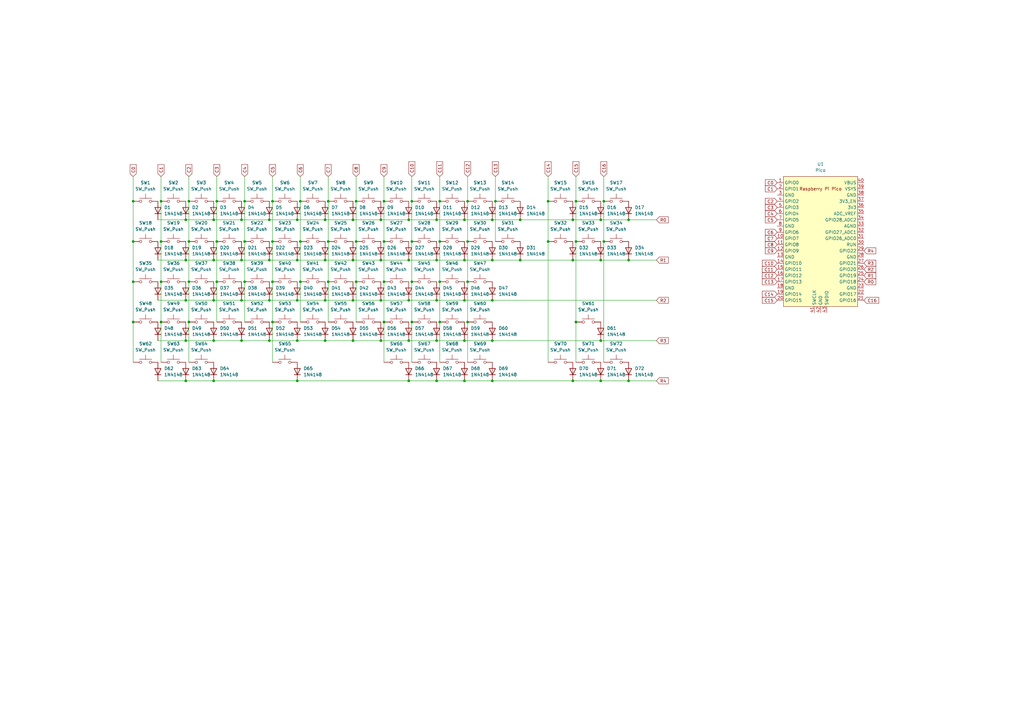
<source format=kicad_sch>
(kicad_sch (version 20231120) (generator "eeschema") (generator_version "8.0")
  (paper "A3")
  (junction (at 246.38 139.7))
  (junction (at 99.06 139.7))
  (junction (at 121.92 90.17))
  (junction (at 134.62 82.55))
  (junction (at 133.35 123.19))
  (junction (at 76.2 106.68))
  (junction (at 144.78 106.68))
  (junction (at 201.93 106.68))
  (junction (at 213.36 90.17))
  (junction (at 234.95 156.21))
  (junction (at 134.62 115.57))
  (junction (at 167.64 139.7))
  (junction (at 123.19 115.57))
  (junction (at 100.33 82.55))
  (junction (at 121.92 106.68))
  (junction (at 144.78 123.19))
  (junction (at 190.5 123.19))
  (junction (at 146.05 115.57))
  (junction (at 111.76 99.06))
  (junction (at 157.48 115.57))
  (junction (at 191.77 115.57))
  (junction (at 87.63 90.17))
  (junction (at 190.5 156.21))
  (junction (at 201.93 139.7))
  (junction (at 100.33 115.57))
  (junction (at 201.93 90.17))
  (junction (at 157.48 132.08))
  (junction (at 88.9 82.55))
  (junction (at 144.78 90.17))
  (junction (at 167.64 90.17))
  (junction (at 167.64 106.68))
  (junction (at 167.64 156.21))
  (junction (at 190.5 90.17))
  (junction (at 257.81 106.68))
  (junction (at 121.92 123.19))
  (junction (at 76.2 123.19))
  (junction (at 201.93 156.21))
  (junction (at 190.5 106.68))
  (junction (at 110.49 106.68))
  (junction (at 54.61 115.57))
  (junction (at 123.19 99.06))
  (junction (at 236.22 132.08))
  (junction (at 190.5 139.7))
  (junction (at 179.07 106.68))
  (junction (at 54.61 82.55))
  (junction (at 203.2 82.55))
  (junction (at 224.79 99.06))
  (junction (at 66.04 115.57))
  (junction (at 110.49 123.19))
  (junction (at 76.2 139.7))
  (junction (at 121.92 139.7))
  (junction (at 99.06 90.17))
  (junction (at 234.95 106.68))
  (junction (at 66.04 82.55))
  (junction (at 110.49 90.17))
  (junction (at 234.95 90.17))
  (junction (at 133.35 90.17))
  (junction (at 191.77 132.08))
  (junction (at 144.78 139.7))
  (junction (at 257.81 90.17))
  (junction (at 77.47 115.57))
  (junction (at 156.21 90.17))
  (junction (at 236.22 82.55))
  (junction (at 246.38 156.21))
  (junction (at 247.65 82.55))
  (junction (at 168.91 132.08))
  (junction (at 111.76 82.55))
  (junction (at 156.21 139.7))
  (junction (at 246.38 90.17))
  (junction (at 180.34 99.06))
  (junction (at 156.21 123.19))
  (junction (at 134.62 99.06))
  (junction (at 168.91 115.57))
  (junction (at 77.47 82.55))
  (junction (at 100.33 99.06))
  (junction (at 246.38 106.68))
  (junction (at 77.47 99.06))
  (junction (at 88.9 115.57))
  (junction (at 88.9 99.06))
  (junction (at 146.05 82.55))
  (junction (at 121.92 156.21))
  (junction (at 257.81 156.21))
  (junction (at 110.49 139.7))
  (junction (at 54.61 132.08))
  (junction (at 99.06 123.19))
  (junction (at 133.35 139.7))
  (junction (at 168.91 82.55))
  (junction (at 201.93 123.19))
  (junction (at 123.19 82.55))
  (junction (at 224.79 82.55))
  (junction (at 111.76 132.08))
  (junction (at 87.63 139.7))
  (junction (at 76.2 156.21))
  (junction (at 87.63 106.68))
  (junction (at 236.22 99.06))
  (junction (at 146.05 99.06))
  (junction (at 99.06 106.68))
  (junction (at 191.77 82.55))
  (junction (at 157.48 99.06))
  (junction (at 157.48 82.55))
  (junction (at 87.63 123.19))
  (junction (at 76.2 90.17))
  (junction (at 168.91 99.06))
  (junction (at 133.35 106.68))
  (junction (at 156.21 106.68))
  (junction (at 111.76 115.57))
  (junction (at 87.63 156.21))
  (junction (at 180.34 132.08))
  (junction (at 180.34 82.55))
  (junction (at 54.61 99.06))
  (junction (at 213.36 106.68))
  (junction (at 77.47 132.08))
  (junction (at 66.04 99.06))
  (junction (at 179.07 90.17))
  (junction (at 167.64 123.19))
  (junction (at 179.07 139.7))
  (junction (at 66.04 132.08))
  (junction (at 179.07 156.21))
  (junction (at 247.65 99.06))
  (junction (at 179.07 123.19))
  (junction (at 191.77 99.06))
  (junction (at 180.34 115.57))
  (wire (pts (xy 168.91 132.08) (xy 168.91 148.59)))
  (wire (pts (xy 144.78 106.68) (xy 156.21 106.68)))
  (wire (pts (xy 144.78 139.7) (xy 156.21 139.7)))
  (wire (pts (xy 168.91 72.39) (xy 168.91 82.55)))
  (wire (pts (xy 66.04 115.57) (xy 66.04 132.08)))
  (wire (pts (xy 77.47 72.39) (xy 77.47 82.55)))
  (wire (pts (xy 190.5 156.21) (xy 201.93 156.21)))
  (wire (pts (xy 123.19 99.06) (xy 123.19 115.57)))
  (wire (pts (xy 191.77 72.39) (xy 191.77 82.55)))
  (wire (pts (xy 111.76 132.08) (xy 111.76 148.59)))
  (wire (pts (xy 76.2 106.68) (xy 87.63 106.68)))
  (wire (pts (xy 246.38 156.21) (xy 257.81 156.21)))
  (wire (pts (xy 99.06 139.7) (xy 110.49 139.7)))
  (wire (pts (xy 76.2 156.21) (xy 87.63 156.21)))
  (wire (pts (xy 156.21 106.68) (xy 167.64 106.68)))
  (wire (pts (xy 168.91 82.55) (xy 168.91 99.06)))
  (wire (pts (xy 156.21 139.7) (xy 167.64 139.7)))
  (wire (pts (xy 157.48 99.06) (xy 157.48 115.57)))
  (wire (pts (xy 54.61 72.39) (xy 54.61 82.55)))
  (wire (pts (xy 66.04 82.55) (xy 66.04 99.06)))
  (wire (pts (xy 111.76 115.57) (xy 111.76 132.08)))
  (wire (pts (xy 144.78 90.17) (xy 156.21 90.17)))
  (wire (pts (xy 133.35 123.19) (xy 144.78 123.19)))
  (wire (pts (xy 87.63 90.17) (xy 99.06 90.17)))
  (wire (pts (xy 180.34 72.39) (xy 180.34 82.55)))
  (wire (pts (xy 213.36 106.68) (xy 234.95 106.68)))
  (wire (pts (xy 156.21 90.17) (xy 167.64 90.17)))
  (wire (pts (xy 179.07 139.7) (xy 190.5 139.7)))
  (wire (pts (xy 246.38 90.17) (xy 257.81 90.17)))
  (wire (pts (xy 134.62 82.55) (xy 134.62 99.06)))
  (wire (pts (xy 64.77 123.19) (xy 76.2 123.19)))
  (wire (pts (xy 133.35 139.7) (xy 144.78 139.7)))
  (wire (pts (xy 201.93 90.17) (xy 213.36 90.17)))
  (wire (pts (xy 203.2 82.55) (xy 203.2 99.06)))
  (wire (pts (xy 66.04 99.06) (xy 66.04 115.57)))
  (wire (pts (xy 133.35 90.17) (xy 144.78 90.17)))
  (wire (pts (xy 64.77 156.21) (xy 76.2 156.21)))
  (wire (pts (xy 269.24 106.68) (xy 257.81 106.68)))
  (wire (pts (xy 123.19 72.39) (xy 123.19 82.55)))
  (wire (pts (xy 88.9 99.06) (xy 88.9 115.57)))
  (wire (pts (xy 64.77 139.7) (xy 76.2 139.7)))
  (wire (pts (xy 179.07 106.68) (xy 190.5 106.68)))
  (wire (pts (xy 191.77 99.06) (xy 191.77 115.57)))
  (wire (pts (xy 234.95 90.17) (xy 246.38 90.17)))
  (wire (pts (xy 224.79 82.55) (xy 224.79 99.06)))
  (wire (pts (xy 121.92 139.7) (xy 133.35 139.7)))
  (wire (pts (xy 54.61 115.57) (xy 54.61 132.08)))
  (wire (pts (xy 100.33 82.55) (xy 100.33 99.06)))
  (wire (pts (xy 224.79 99.06) (xy 224.79 148.59)))
  (wire (pts (xy 111.76 82.55) (xy 111.76 99.06)))
  (wire (pts (xy 179.07 156.21) (xy 190.5 156.21)))
  (wire (pts (xy 157.48 115.57) (xy 157.48 132.08)))
  (wire (pts (xy 247.65 72.39) (xy 247.65 82.55)))
  (wire (pts (xy 64.77 106.68) (xy 76.2 106.68)))
  (wire (pts (xy 76.2 139.7) (xy 87.63 139.7)))
  (wire (pts (xy 234.95 106.68) (xy 246.38 106.68)))
  (wire (pts (xy 88.9 72.39) (xy 88.9 82.55)))
  (wire (pts (xy 76.2 123.19) (xy 87.63 123.19)))
  (wire (pts (xy 99.06 106.68) (xy 110.49 106.68)))
  (wire (pts (xy 167.64 106.68) (xy 179.07 106.68)))
  (wire (pts (xy 157.48 82.55) (xy 157.48 99.06)))
  (wire (pts (xy 191.77 132.08) (xy 191.77 148.59)))
  (wire (pts (xy 87.63 139.7) (xy 99.06 139.7)))
  (wire (pts (xy 121.92 123.19) (xy 133.35 123.19)))
  (wire (pts (xy 134.62 72.39) (xy 134.62 82.55)))
  (wire (pts (xy 190.5 123.19) (xy 201.93 123.19)))
  (wire (pts (xy 87.63 106.68) (xy 99.06 106.68)))
  (wire (pts (xy 123.19 82.55) (xy 123.19 99.06)))
  (wire (pts (xy 190.5 90.17) (xy 201.93 90.17)))
  (wire (pts (xy 157.48 72.39) (xy 157.48 82.55)))
  (wire (pts (xy 180.34 132.08) (xy 180.34 148.59)))
  (wire (pts (xy 236.22 72.39) (xy 236.22 82.55)))
  (wire (pts (xy 88.9 115.57) (xy 88.9 132.08)))
  (wire (pts (xy 110.49 90.17) (xy 121.92 90.17)))
  (wire (pts (xy 201.93 139.7) (xy 246.38 139.7)))
  (wire (pts (xy 77.47 115.57) (xy 77.47 132.08)))
  (wire (pts (xy 144.78 123.19) (xy 156.21 123.19)))
  (wire (pts (xy 146.05 99.06) (xy 146.05 115.57)))
  (wire (pts (xy 110.49 106.68) (xy 121.92 106.68)))
  (wire (pts (xy 201.93 123.19) (xy 269.24 123.19)))
  (wire (pts (xy 191.77 82.55) (xy 191.77 99.06)))
  (wire (pts (xy 77.47 132.08) (xy 77.47 148.59)))
  (wire (pts (xy 234.95 156.21) (xy 246.38 156.21)))
  (wire (pts (xy 257.81 156.21) (xy 269.24 156.21)))
  (wire (pts (xy 133.35 106.68) (xy 144.78 106.68)))
  (wire (pts (xy 134.62 99.06) (xy 134.62 115.57)))
  (wire (pts (xy 167.64 90.17) (xy 179.07 90.17)))
  (wire (pts (xy 180.34 115.57) (xy 180.34 132.08)))
  (wire (pts (xy 203.2 72.39) (xy 203.2 82.55)))
  (wire (pts (xy 190.5 139.7) (xy 201.93 139.7)))
  (wire (pts (xy 247.65 82.55) (xy 247.65 99.06)))
  (wire (pts (xy 213.36 90.17) (xy 234.95 90.17)))
  (wire (pts (xy 88.9 82.55) (xy 88.9 99.06)))
  (wire (pts (xy 99.06 90.17) (xy 110.49 90.17)))
  (wire (pts (xy 54.61 82.55) (xy 54.61 99.06)))
  (wire (pts (xy 180.34 82.55) (xy 180.34 99.06)))
  (wire (pts (xy 66.04 72.39) (xy 66.04 82.55)))
  (wire (pts (xy 168.91 115.57) (xy 168.91 132.08)))
  (wire (pts (xy 167.64 156.21) (xy 179.07 156.21)))
  (wire (pts (xy 146.05 72.39) (xy 146.05 82.55)))
  (wire (pts (xy 236.22 82.55) (xy 236.22 99.06)))
  (wire (pts (xy 64.77 90.17) (xy 76.2 90.17)))
  (wire (pts (xy 236.22 99.06) (xy 236.22 132.08)))
  (wire (pts (xy 168.91 99.06) (xy 168.91 115.57)))
  (wire (pts (xy 123.19 115.57) (xy 123.19 132.08)))
  (wire (pts (xy 224.79 72.39) (xy 224.79 82.55)))
  (wire (pts (xy 77.47 99.06) (xy 77.47 115.57)))
  (wire (pts (xy 121.92 156.21) (xy 167.64 156.21)))
  (wire (pts (xy 146.05 82.55) (xy 146.05 99.06)))
  (wire (pts (xy 191.77 115.57) (xy 191.77 132.08)))
  (wire (pts (xy 257.81 90.17) (xy 269.24 90.17)))
  (wire (pts (xy 100.33 115.57) (xy 100.33 132.08)))
  (wire (pts (xy 110.49 139.7) (xy 121.92 139.7)))
  (wire (pts (xy 146.05 115.57) (xy 146.05 132.08)))
  (wire (pts (xy 121.92 106.68) (xy 133.35 106.68)))
  (wire (pts (xy 66.04 132.08) (xy 66.04 148.59)))
  (wire (pts (xy 134.62 115.57) (xy 134.62 132.08)))
  (wire (pts (xy 76.2 90.17) (xy 87.63 90.17)))
  (wire (pts (xy 111.76 99.06) (xy 111.76 115.57)))
  (wire (pts (xy 99.06 123.19) (xy 110.49 123.19)))
  (wire (pts (xy 201.93 156.21) (xy 234.95 156.21)))
  (wire (pts (xy 100.33 72.39) (xy 100.33 82.55)))
  (wire (pts (xy 180.34 99.06) (xy 180.34 115.57)))
  (wire (pts (xy 54.61 99.06) (xy 54.61 115.57)))
  (wire (pts (xy 87.63 156.21) (xy 121.92 156.21)))
  (wire (pts (xy 167.64 139.7) (xy 179.07 139.7)))
  (wire (pts (xy 179.07 90.17) (xy 190.5 90.17)))
  (wire (pts (xy 87.63 123.19) (xy 99.06 123.19)))
  (wire (pts (xy 156.21 123.19) (xy 167.64 123.19)))
  (wire (pts (xy 121.92 90.17) (xy 133.35 90.17)))
  (wire (pts (xy 269.24 139.7) (xy 246.38 139.7)))
  (wire (pts (xy 111.76 72.39) (xy 111.76 82.55)))
  (wire (pts (xy 247.65 99.06) (xy 247.65 148.59)))
  (wire (pts (xy 179.07 123.19) (xy 190.5 123.19)))
  (wire (pts (xy 54.61 132.08) (xy 54.61 148.59)))
  (wire (pts (xy 77.47 82.55) (xy 77.47 99.06)))
  (wire (pts (xy 201.93 106.68) (xy 213.36 106.68)))
  (wire (pts (xy 190.5 106.68) (xy 201.93 106.68)))
  (wire (pts (xy 100.33 99.06) (xy 100.33 115.57)))
  (wire (pts (xy 157.48 132.08) (xy 157.48 148.59)))
  (wire (pts (xy 167.64 123.19) (xy 179.07 123.19)))
  (wire (pts (xy 246.38 106.68) (xy 257.81 106.68)))
  (wire (pts (xy 110.49 123.19) (xy 121.92 123.19)))
  (wire (pts (xy 236.22 132.08) (xy 236.22 148.59)))
  (global_label "C15" (shape input) (at 318.77 123.19 180) (property "Intersheetrefs" "${INTERSHEET_REFS}" (effects (hide yes))))
  (global_label "C16" (shape input) (at 354.33 123.19 0) (property "Intersheetrefs" "${INTERSHEET_REFS}" (effects (hide yes))))
  (global_label "R2" (shape input) (at 269.24 123.19 0) (property "Intersheetrefs" "${INTERSHEET_REFS}" (effects (hide yes))))
  (global_label "C15" (shape input) (at 236.22 72.39 90) (property "Intersheetrefs" "${INTERSHEET_REFS}" (effects (hide yes))))
  (global_label "C14" (shape input) (at 224.79 72.39 90) (property "Intersheetrefs" "${INTERSHEET_REFS}" (effects (hide yes))))
  (global_label "R3" (shape input) (at 354.33 107.95 0) (property "Intersheetrefs" "${INTERSHEET_REFS}" (effects (hide yes))))
  (global_label "R2" (shape input) (at 354.33 110.49 0) (property "Intersheetrefs" "${INTERSHEET_REFS}" (effects (hide yes))))
  (global_label "C6" (shape input) (at 123.19 72.39 90) (property "Intersheetrefs" "${INTERSHEET_REFS}" (effects (hide yes))))
  (global_label "C14" (shape input) (at 318.77 120.65 180) (property "Intersheetrefs" "${INTERSHEET_REFS}" (effects (hide yes))))
  (global_label "R4" (shape input) (at 269.24 156.21 0) (property "Intersheetrefs" "${INTERSHEET_REFS}" (effects (hide yes))))
  (global_label "C1" (shape input) (at 66.04 72.39 90) (property "Intersheetrefs" "${INTERSHEET_REFS}" (effects (hide yes))))
  (global_label "C4" (shape input) (at 318.77 87.63 180) (property "Intersheetrefs" "${INTERSHEET_REFS}" (effects (hide yes))))
  (global_label "C0" (shape input) (at 318.77 74.93 180) (property "Intersheetrefs" "${INTERSHEET_REFS}" (effects (hide yes))))
  (global_label "C3" (shape input) (at 88.9 72.39 90) (property "Intersheetrefs" "${INTERSHEET_REFS}" (effects (hide yes))))
  (global_label "C1" (shape input) (at 318.77 77.47 180) (property "Intersheetrefs" "${INTERSHEET_REFS}" (effects (hide yes))))
  (global_label "C5" (shape input) (at 318.77 90.17 180) (property "Intersheetrefs" "${INTERSHEET_REFS}" (effects (hide yes))))
  (global_label "R1" (shape input) (at 269.24 106.68 0) (property "Intersheetrefs" "${INTERSHEET_REFS}" (effects (hide yes))))
  (global_label "C12" (shape input) (at 191.77 72.39 90) (property "Intersheetrefs" "${INTERSHEET_REFS}" (effects (hide yes))))
  (global_label "C2" (shape input) (at 318.77 82.55 180) (property "Intersheetrefs" "${INTERSHEET_REFS}" (effects (hide yes))))
  (global_label "C0" (shape input) (at 54.61 72.39 90) (property "Intersheetrefs" "${INTERSHEET_REFS}" (effects (hide yes))))
  (global_label "C4" (shape input) (at 100.33 72.39 90) (property "Intersheetrefs" "${INTERSHEET_REFS}" (effects (hide yes))))
  (global_label "C16" (shape input) (at 247.65 72.39 90) (property "Intersheetrefs" "${INTERSHEET_REFS}" (effects (hide yes))))
  (global_label "C7" (shape input) (at 134.62 72.39 90) (property "Intersheetrefs" "${INTERSHEET_REFS}" (effects (hide yes))))
  (global_label "R0" (shape input) (at 354.33 115.57 0) (property "Intersheetrefs" "${INTERSHEET_REFS}" (effects (hide yes))))
  (global_label "C3" (shape input) (at 318.77 85.09 180) (property "Intersheetrefs" "${INTERSHEET_REFS}" (effects (hide yes))))
  (global_label "C10" (shape input) (at 318.77 107.95 180) (property "Intersheetrefs" "${INTERSHEET_REFS}" (effects (hide yes))))
  (global_label "C9" (shape input) (at 318.77 102.87 180) (property "Intersheetrefs" "${INTERSHEET_REFS}" (effects (hide yes))))
  (global_label "C8" (shape input) (at 146.05 72.39 90) (property "Intersheetrefs" "${INTERSHEET_REFS}" (effects (hide yes))))
  (global_label "C11" (shape input) (at 180.34 72.39 90) (property "Intersheetrefs" "${INTERSHEET_REFS}" (effects (hide yes))))
  (global_label "R4" (shape input) (at 354.33 102.87 0) (property "Intersheetrefs" "${INTERSHEET_REFS}" (effects (hide yes))))
  (global_label "C11" (shape input) (at 318.77 110.49 180) (property "Intersheetrefs" "${INTERSHEET_REFS}" (effects (hide yes))))
  (global_label "R0" (shape input) (at 269.24 90.17 0) (property "Intersheetrefs" "${INTERSHEET_REFS}" (effects (hide yes))))
  (global_label "C6" (shape input) (at 318.77 95.25 180) (property "Intersheetrefs" "${INTERSHEET_REFS}" (effects (hide yes))))
  (global_label "C5" (shape input) (at 111.76 72.39 90) (property "Intersheetrefs" "${INTERSHEET_REFS}" (effects (hide yes))))
  (global_label "C12" (shape input) (at 318.77 113.03 180) (property "Intersheetrefs" "${INTERSHEET_REFS}" (effects (hide yes))))
  (global_label "C8" (shape input) (at 318.77 100.33 180) (property "Intersheetrefs" "${INTERSHEET_REFS}" (effects (hide yes))))
  (global_label "R1" (shape input) (at 354.33 113.03 0) (property "Intersheetrefs" "${INTERSHEET_REFS}" (effects (hide yes))))
  (global_label "C7" (shape input) (at 318.77 97.79 180) (property "Intersheetrefs" "${INTERSHEET_REFS}" (effects (hide yes))))
  (global_label "C13" (shape input) (at 203.2 72.39 90) (property "Intersheetrefs" "${INTERSHEET_REFS}" (effects (hide yes))))
  (global_label "C2" (shape input) (at 77.47 72.39 90) (property "Intersheetrefs" "${INTERSHEET_REFS}" (effects (hide yes))))
  (global_label "C9" (shape input) (at 157.48 72.39 90) (property "Intersheetrefs" "${INTERSHEET_REFS}" (effects (hide yes))))
  (global_label "R3" (shape input) (at 269.24 139.7 0) (property "Intersheetrefs" "${INTERSHEET_REFS}" (effects (hide yes))))
  (global_label "C10" (shape input) (at 168.91 72.39 90) (property "Intersheetrefs" "${INTERSHEET_REFS}" (effects (hide yes))))
  (global_label "C13" (shape input) (at 318.77 115.57 180) (property "Intersheetrefs" "${INTERSHEET_REFS}" (effects (hide yes))))
  (symbol (lib_id "Diode:1N4148") (at 257.81 102.87 90) (unit 1)
    (property "Reference" "D34" (at 260.35 101.5999 90) (effects (justify right)))
    (property "Value" "1N4148" (at 260.35 104.1399 90) (effects (justify right)))
    (property "Footprint" "Diode_THT:D_DO-35_SOD27_P7.62mm_Horizontal" (effects (hide yes)))
    (property "Datasheet" "https://assets.nexperia.com/documents/data-sheet/1N4148_1N4448.pdf" (effects (hide yes)))
    (property "Description" "100V 0.15A standard switching diode, DO-35" (effects (hide yes)))
    (property "Sim.Device" "D" (effects (hide yes)))
    (property "Sim.Pins" "1=K 2=A" (effects (hide yes)))
  )
  (symbol (lib_id "Switch:SW_Push") (at 139.7 115.57 0) (unit 1)
    (property "Reference" "SW42" (at 139.7 107.95 0))
    (property "Value" "SW_Push" (at 139.7 110.49 0))
    (property "Footprint" "MX_Alps_Hybrid:MX-Alps-Hybrid-1U" (effects (hide yes)))
    (property "Description" "Push button switch, generic, two pins" (effects (hide yes)))
  )
  (symbol (lib_id "Diode:1N4148") (at 76.2 135.89 90) (unit 1)
    (property "Reference" "D49" (at 78.74 134.6199 90) (effects (justify right)))
    (property "Value" "1N4148" (at 78.74 137.1599 90) (effects (justify right)))
    (property "Footprint" "Diode_THT:D_DO-35_SOD27_P7.62mm_Horizontal" (effects (hide yes)))
    (property "Datasheet" "https://assets.nexperia.com/documents/data-sheet/1N4148_1N4448.pdf" (effects (hide yes)))
    (property "Description" "100V 0.15A standard switching diode, DO-35" (effects (hide yes)))
    (property "Sim.Device" "D" (effects (hide yes)))
    (property "Sim.Pins" "1=K 2=A" (effects (hide yes)))
  )
  (symbol (lib_id "Diode:1N4148") (at 87.63 152.4 90) (unit 1)
    (property "Reference" "D64" (at 90.17 151.1299 90) (effects (justify right)))
    (property "Value" "1N4148" (at 90.17 153.6699 90) (effects (justify right)))
    (property "Footprint" "Diode_THT:D_DO-35_SOD27_P7.62mm_Horizontal" (effects (hide yes)))
    (property "Datasheet" "https://assets.nexperia.com/documents/data-sheet/1N4148_1N4448.pdf" (effects (hide yes)))
    (property "Description" "100V 0.15A standard switching diode, DO-35" (effects (hide yes)))
    (property "Sim.Device" "D" (effects (hide yes)))
    (property "Sim.Pins" "1=K 2=A" (effects (hide yes)))
  )
  (symbol (lib_id "Switch:SW_Push") (at 162.56 132.08 0) (unit 1)
    (property "Reference" "SW57" (at 162.56 124.46 0))
    (property "Value" "SW_Push" (at 162.56 127 0))
    (property "Footprint" "MX_Alps_Hybrid:MX-Alps-Hybrid-1U" (effects (hide yes)))
    (property "Description" "Push button switch, generic, two pins" (effects (hide yes)))
  )
  (symbol (lib_id "Diode:1N4148") (at 213.36 102.87 90) (unit 1)
    (property "Reference" "D31" (at 215.9 101.5999 90) (effects (justify right)))
    (property "Value" "1N4148" (at 215.9 104.1399 90) (effects (justify right)))
    (property "Footprint" "Diode_THT:D_DO-35_SOD27_P7.62mm_Horizontal" (effects (hide yes)))
    (property "Datasheet" "https://assets.nexperia.com/documents/data-sheet/1N4148_1N4448.pdf" (effects (hide yes)))
    (property "Description" "100V 0.15A standard switching diode, DO-35" (effects (hide yes)))
    (property "Sim.Device" "D" (effects (hide yes)))
    (property "Sim.Pins" "1=K 2=A" (effects (hide yes)))
  )
  (symbol (lib_id "Switch:SW_Push") (at 93.98 82.55 0) (unit 1)
    (property "Reference" "SW4" (at 93.98 74.93 0))
    (property "Value" "SW_Push" (at 93.98 77.47 0))
    (property "Footprint" "MX_Alps_Hybrid:MX-Alps-Hybrid-1U" (effects (hide yes)))
    (property "Description" "Push button switch, generic, two pins" (effects (hide yes)))
  )
  (symbol (lib_id "Diode:1N4148") (at 167.64 86.36 90) (unit 1)
    (property "Reference" "D10" (at 170.18 85.0899 90) (effects (justify right)))
    (property "Value" "1N4148" (at 170.18 87.6299 90) (effects (justify right)))
    (property "Footprint" "Diode_THT:D_DO-35_SOD27_P7.62mm_Horizontal" (effects (hide yes)))
    (property "Datasheet" "https://assets.nexperia.com/documents/data-sheet/1N4148_1N4448.pdf" (effects (hide yes)))
    (property "Description" "100V 0.15A standard switching diode, DO-35" (effects (hide yes)))
    (property "Sim.Device" "D" (effects (hide yes)))
    (property "Sim.Pins" "1=K 2=A" (effects (hide yes)))
  )
  (symbol (lib_id "Diode:1N4148") (at 167.64 152.4 90) (unit 1)
    (property "Reference" "D66" (at 170.18 151.1299 90) (effects (justify right)))
    (property "Value" "1N4148" (at 170.18 153.6699 90) (effects (justify right)))
    (property "Footprint" "Diode_THT:D_DO-35_SOD27_P7.62mm_Horizontal" (effects (hide yes)))
    (property "Datasheet" "https://assets.nexperia.com/documents/data-sheet/1N4148_1N4448.pdf" (effects (hide yes)))
    (property "Description" "100V 0.15A standard switching diode, DO-35" (effects (hide yes)))
    (property "Sim.Device" "D" (effects (hide yes)))
    (property "Sim.Pins" "1=K 2=A" (effects (hide yes)))
  )
  (symbol (lib_id "Switch:SW_Push") (at 241.3 82.55 0) (unit 1)
    (property "Reference" "SW16" (at 241.3 74.93 0))
    (property "Value" "SW_Push" (at 241.3 77.47 0))
    (property "Footprint" "MX_Alps_Hybrid:MX-Alps-Hybrid-1U" (effects (hide yes)))
    (property "Description" "Push button switch, generic, two pins" (effects (hide yes)))
  )
  (symbol (lib_id "Switch:SW_Push") (at 196.85 99.06 0) (unit 1)
    (property "Reference" "SW30" (at 196.85 91.44 0))
    (property "Value" "SW_Push" (at 196.85 93.98 0))
    (property "Footprint" "MX_Alps_Hybrid:MX-Alps-Hybrid-1U" (effects (hide yes)))
    (property "Description" "Push button switch, generic, two pins" (effects (hide yes)))
  )
  (symbol (lib_id "Diode:1N4148") (at 179.07 135.89 90) (unit 1)
    (property "Reference" "D58" (at 181.61 134.6199 90) (effects (justify right)))
    (property "Value" "1N4148" (at 181.61 137.1599 90) (effects (justify right)))
    (property "Footprint" "Diode_THT:D_DO-35_SOD27_P7.62mm_Horizontal" (effects (hide yes)))
    (property "Datasheet" "https://assets.nexperia.com/documents/data-sheet/1N4148_1N4448.pdf" (effects (hide yes)))
    (property "Description" "100V 0.15A standard switching diode, DO-35" (effects (hide yes)))
    (property "Sim.Device" "D" (effects (hide yes)))
    (property "Sim.Pins" "1=K 2=A" (effects (hide yes)))
  )
  (symbol (lib_id "Diode:1N4148") (at 167.64 135.89 90) (unit 1)
    (property "Reference" "D57" (at 170.18 134.6199 90) (effects (justify right)))
    (property "Value" "1N4148" (at 170.18 137.1599 90) (effects (justify right)))
    (property "Footprint" "Diode_THT:D_DO-35_SOD27_P7.62mm_Horizontal" (effects (hide yes)))
    (property "Datasheet" "https://assets.nexperia.com/documents/data-sheet/1N4148_1N4448.pdf" (effects (hide yes)))
    (property "Description" "100V 0.15A standard switching diode, DO-35" (effects (hide yes)))
    (property "Sim.Device" "D" (effects (hide yes)))
    (property "Sim.Pins" "1=K 2=A" (effects (hide yes)))
  )
  (symbol (lib_id "Switch:SW_Push") (at 151.13 99.06 0) (unit 1)
    (property "Reference" "SW26" (at 151.13 91.44 0))
    (property "Value" "SW_Push" (at 151.13 93.98 0))
    (property "Footprint" "MX_Alps_Hybrid:MX-Alps-Hybrid-1U" (effects (hide yes)))
    (property "Description" "Push button switch, generic, two pins" (effects (hide yes)))
  )
  (symbol (lib_id "Switch:SW_Push") (at 241.3 132.08 0) (unit 1)
    (property "Reference" "SW61" (at 241.3 124.46 0))
    (property "Value" "SW_Push" (at 241.3 127 0))
    (property "Footprint" "MX_Alps_Hybrid:MX-Alps-Hybrid-1U" (effects (hide yes)))
    (property "Description" "Push button switch, generic, two pins" (effects (hide yes)))
  )
  (symbol (lib_id "Diode:1N4148") (at 156.21 102.87 90) (unit 1)
    (property "Reference" "D26" (at 158.75 101.5999 90) (effects (justify right)))
    (property "Value" "1N4148" (at 158.75 104.1399 90) (effects (justify right)))
    (property "Footprint" "Diode_THT:D_DO-35_SOD27_P7.62mm_Horizontal" (effects (hide yes)))
    (property "Datasheet" "https://assets.nexperia.com/documents/data-sheet/1N4148_1N4448.pdf" (effects (hide yes)))
    (property "Description" "100V 0.15A standard switching diode, DO-35" (effects (hide yes)))
    (property "Sim.Device" "D" (effects (hide yes)))
    (property "Sim.Pins" "1=K 2=A" (effects (hide yes)))
  )
  (symbol (lib_id "Switch:SW_Push") (at 59.69 148.59 0) (unit 1)
    (property "Reference" "SW62" (at 59.69 140.97 0))
    (property "Value" "SW_Push" (at 59.69 143.51 0))
    (property "Footprint" "MX_Alps_Hybrid:MX-Alps-Hybrid-1.25U" (effects (hide yes)))
    (property "Description" "Push button switch, generic, two pins" (effects (hide yes)))
  )
  (symbol (lib_id "Switch:SW_Push") (at 173.99 148.59 0) (unit 1)
    (property "Reference" "SW67" (at 173.99 140.97 0))
    (property "Value" "SW_Push" (at 173.99 143.51 0))
    (property "Footprint" "MX_Alps_Hybrid:MX-Alps-Hybrid-1.25U" (effects (hide yes)))
    (property "Description" "Push button switch, generic, two pins" (effects (hide yes)))
  )
  (symbol (lib_id "Diode:1N4148") (at 144.78 86.36 90) (unit 1)
    (property "Reference" "D8" (at 147.32 85.0899 90) (effects (justify right)))
    (property "Value" "1N4148" (at 147.32 87.6299 90) (effects (justify right)))
    (property "Footprint" "Diode_THT:D_DO-35_SOD27_P7.62mm_Horizontal" (effects (hide yes)))
    (property "Datasheet" "https://assets.nexperia.com/documents/data-sheet/1N4148_1N4448.pdf" (effects (hide yes)))
    (property "Description" "100V 0.15A standard switching diode, DO-35" (effects (hide yes)))
    (property "Sim.Device" "D" (effects (hide yes)))
    (property "Sim.Pins" "1=K 2=A" (effects (hide yes)))
  )
  (symbol (lib_id "Switch:SW_Push") (at 162.56 99.06 0) (unit 1)
    (property "Reference" "SW27" (at 162.56 91.44 0))
    (property "Value" "SW_Push" (at 162.56 93.98 0))
    (property "Footprint" "MX_Alps_Hybrid:MX-Alps-Hybrid-1U" (effects (hide yes)))
    (property "Description" "Push button switch, generic, two pins" (effects (hide yes)))
  )
  (symbol (lib_id "Switch:SW_Push") (at 116.84 115.57 0) (unit 1)
    (property "Reference" "SW40" (at 116.84 107.95 0))
    (property "Value" "SW_Push" (at 116.84 110.49 0))
    (property "Footprint" "MX_Alps_Hybrid:MX-Alps-Hybrid-1U" (effects (hide yes)))
    (property "Description" "Push button switch, generic, two pins" (effects (hide yes)))
  )
  (symbol (lib_id "Diode:1N4148") (at 87.63 119.38 90) (unit 1)
    (property "Reference" "D37" (at 90.17 118.1099 90) (effects (justify right)))
    (property "Value" "1N4148" (at 90.17 120.6499 90) (effects (justify right)))
    (property "Footprint" "Diode_THT:D_DO-35_SOD27_P7.62mm_Horizontal" (effects (hide yes)))
    (property "Datasheet" "https://assets.nexperia.com/documents/data-sheet/1N4148_1N4448.pdf" (effects (hide yes)))
    (property "Description" "100V 0.15A standard switching diode, DO-35" (effects (hide yes)))
    (property "Sim.Device" "D" (effects (hide yes)))
    (property "Sim.Pins" "1=K 2=A" (effects (hide yes)))
  )
  (symbol (lib_id "Switch:SW_Push") (at 162.56 115.57 0) (unit 1)
    (property "Reference" "SW44" (at 162.56 107.95 0))
    (property "Value" "SW_Push" (at 162.56 110.49 0))
    (property "Footprint" "MX_Alps_Hybrid:MX-Alps-Hybrid-1U" (effects (hide yes)))
    (property "Description" "Push button switch, generic, two pins" (effects (hide yes)))
  )
  (symbol (lib_id "Diode:1N4148") (at 144.78 102.87 90) (unit 1)
    (property "Reference" "D25" (at 147.32 101.5999 90) (effects (justify right)))
    (property "Value" "1N4148" (at 147.32 104.1399 90) (effects (justify right)))
    (property "Footprint" "Diode_THT:D_DO-35_SOD27_P7.62mm_Horizontal" (effects (hide yes)))
    (property "Datasheet" "https://assets.nexperia.com/documents/data-sheet/1N4148_1N4448.pdf" (effects (hide yes)))
    (property "Description" "100V 0.15A standard switching diode, DO-35" (effects (hide yes)))
    (property "Sim.Device" "D" (effects (hide yes)))
    (property "Sim.Pins" "1=K 2=A" (effects (hide yes)))
  )
  (symbol (lib_id "Diode:1N4148") (at 144.78 135.89 90) (unit 1)
    (property "Reference" "D55" (at 147.32 134.6199 90) (effects (justify right)))
    (property "Value" "1N4148" (at 147.32 137.1599 90) (effects (justify right)))
    (property "Footprint" "Diode_THT:D_DO-35_SOD27_P7.62mm_Horizontal" (effects (hide yes)))
    (property "Datasheet" "https://assets.nexperia.com/documents/data-sheet/1N4148_1N4448.pdf" (effects (hide yes)))
    (property "Description" "100V 0.15A standard switching diode, DO-35" (effects (hide yes)))
    (property "Sim.Device" "D" (effects (hide yes)))
    (property "Sim.Pins" "1=K 2=A" (effects (hide yes)))
  )
  (symbol (lib_id "Diode:1N4148") (at 76.2 102.87 90) (unit 1)
    (property "Reference" "D19" (at 78.74 101.5999 90) (effects (justify right)))
    (property "Value" "1N4148" (at 78.74 104.1399 90) (effects (justify right)))
    (property "Footprint" "Diode_THT:D_DO-35_SOD27_P7.62mm_Horizontal" (effects (hide yes)))
    (property "Datasheet" "https://assets.nexperia.com/documents/data-sheet/1N4148_1N4448.pdf" (effects (hide yes)))
    (property "Description" "100V 0.15A standard switching diode, DO-35" (effects (hide yes)))
    (property "Sim.Device" "D" (effects (hide yes)))
    (property "Sim.Pins" "1=K 2=A" (effects (hide yes)))
  )
  (symbol (lib_id "Switch:SW_Push") (at 151.13 132.08 0) (unit 1)
    (property "Reference" "SW56" (at 151.13 124.46 0))
    (property "Value" "SW_Push" (at 151.13 127 0))
    (property "Footprint" "MX_Alps_Hybrid:MX-Alps-Hybrid-1U" (effects (hide yes)))
    (property "Description" "Push button switch, generic, two pins" (effects (hide yes)))
  )
  (symbol (lib_id "Diode:1N4148") (at 190.5 135.89 90) (unit 1)
    (property "Reference" "D59" (at 193.04 134.6199 90) (effects (justify right)))
    (property "Value" "1N4148" (at 193.04 137.1599 90) (effects (justify right)))
    (property "Footprint" "Diode_THT:D_DO-35_SOD27_P7.62mm_Horizontal" (effects (hide yes)))
    (property "Datasheet" "https://assets.nexperia.com/documents/data-sheet/1N4148_1N4448.pdf" (effects (hide yes)))
    (property "Description" "100V 0.15A standard switching diode, DO-35" (effects (hide yes)))
    (property "Sim.Device" "D" (effects (hide yes)))
    (property "Sim.Pins" "1=K 2=A" (effects (hide yes)))
  )
  (symbol (lib_id "Diode:1N4148") (at 76.2 152.4 90) (unit 1)
    (property "Reference" "D63" (at 78.74 151.1299 90) (effects (justify right)))
    (property "Value" "1N4148" (at 78.74 153.6699 90) (effects (justify right)))
    (property "Footprint" "Diode_THT:D_DO-35_SOD27_P7.62mm_Horizontal" (effects (hide yes)))
    (property "Datasheet" "https://assets.nexperia.com/documents/data-sheet/1N4148_1N4448.pdf" (effects (hide yes)))
    (property "Description" "100V 0.15A standard switching diode, DO-35" (effects (hide yes)))
    (property "Sim.Device" "D" (effects (hide yes)))
    (property "Sim.Pins" "1=K 2=A" (effects (hide yes)))
  )
  (symbol (lib_id "Switch:SW_Push") (at 252.73 99.06 0) (unit 1)
    (property "Reference" "SW34" (at 252.73 91.44 0))
    (property "Value" "SW_Push" (at 252.73 93.98 0))
    (property "Footprint" "MX_Alps_Hybrid:MX-Alps-Hybrid-1U" (effects (hide yes)))
    (property "Description" "Push button switch, generic, two pins" (effects (hide yes)))
  )
  (symbol (lib_id "Diode:1N4148") (at 87.63 102.87 90) (unit 1)
    (property "Reference" "D20" (at 90.17 101.5999 90) (effects (justify right)))
    (property "Value" "1N4148" (at 90.17 104.1399 90) (effects (justify right)))
    (property "Footprint" "Diode_THT:D_DO-35_SOD27_P7.62mm_Horizontal" (effects (hide yes)))
    (property "Datasheet" "https://assets.nexperia.com/documents/data-sheet/1N4148_1N4448.pdf" (effects (hide yes)))
    (property "Description" "100V 0.15A standard switching diode, DO-35" (effects (hide yes)))
    (property "Sim.Device" "D" (effects (hide yes)))
    (property "Sim.Pins" "1=K 2=A" (effects (hide yes)))
  )
  (symbol (lib_id "Switch:SW_Push") (at 59.69 82.55 0) (unit 1)
    (property "Reference" "SW1" (at 59.69 74.93 0))
    (property "Value" "SW_Push" (at 59.69 77.47 0))
    (property "Footprint" "MX_Alps_Hybrid:MX-Alps-Hybrid-1U" (effects (hide yes)))
    (property "Description" "Push button switch, generic, two pins" (effects (hide yes)))
  )
  (symbol (lib_id "Switch:SW_Push") (at 173.99 115.57 0) (unit 1)
    (property "Reference" "SW45" (at 173.99 107.95 0))
    (property "Value" "SW_Push" (at 173.99 110.49 0))
    (property "Footprint" "MX_Alps_Hybrid:MX-Alps-Hybrid-1U" (effects (hide yes)))
    (property "Description" "Push button switch, generic, two pins" (effects (hide yes)))
  )
  (symbol (lib_id "Switch:SW_Push") (at 71.12 132.08 0) (unit 1)
    (property "Reference" "SW49" (at 71.12 124.46 0))
    (property "Value" "SW_Push" (at 71.12 127 0))
    (property "Footprint" "MX_Alps_Hybrid:MX-Alps-Hybrid-1U" (effects (hide yes)))
    (property "Description" "Push button switch, generic, two pins" (effects (hide yes)))
  )
  (symbol (lib_id "Switch:SW_Push") (at 241.3 99.06 0) (unit 1)
    (property "Reference" "SW33" (at 241.3 91.44 0))
    (property "Value" "SW_Push" (at 241.3 93.98 0))
    (property "Footprint" "MX_Alps_Hybrid:MX-Alps-Hybrid-1U" (effects (hide yes)))
    (property "Description" "Push button switch, generic, two pins" (effects (hide yes)))
  )
  (symbol (lib_id "Diode:1N4148") (at 144.78 119.38 90) (unit 1)
    (property "Reference" "D42" (at 147.32 118.1099 90) (effects (justify right)))
    (property "Value" "1N4148" (at 147.32 120.6499 90) (effects (justify right)))
    (property "Footprint" "Diode_THT:D_DO-35_SOD27_P7.62mm_Horizontal" (effects (hide yes)))
    (property "Datasheet" "https://assets.nexperia.com/documents/data-sheet/1N4148_1N4448.pdf" (effects (hide yes)))
    (property "Description" "100V 0.15A standard switching diode, DO-35" (effects (hide yes)))
    (property "Sim.Device" "D" (effects (hide yes)))
    (property "Sim.Pins" "1=K 2=A" (effects (hide yes)))
  )
  (symbol (lib_id "Switch:SW_Push") (at 82.55 148.59 0) (unit 1)
    (property "Reference" "SW64" (at 82.55 140.97 0))
    (property "Value" "SW_Push" (at 82.55 143.51 0))
    (property "Footprint" "MX_Alps_Hybrid:MX-Alps-Hybrid-1.25U" (effects (hide yes)))
    (property "Description" "Push button switch, generic, two pins" (effects (hide yes)))
  )
  (symbol (lib_id "Diode:1N4148") (at 234.95 102.87 90) (unit 1)
    (property "Reference" "D32" (at 237.49 101.5999 90) (effects (justify right)))
    (property "Value" "1N4148" (at 237.49 104.1399 90) (effects (justify right)))
    (property "Footprint" "Diode_THT:D_DO-35_SOD27_P7.62mm_Horizontal" (effects (hide yes)))
    (property "Datasheet" "https://assets.nexperia.com/documents/data-sheet/1N4148_1N4448.pdf" (effects (hide yes)))
    (property "Description" "100V 0.15A standard switching diode, DO-35" (effects (hide yes)))
    (property "Sim.Device" "D" (effects (hide yes)))
    (property "Sim.Pins" "1=K 2=A" (effects (hide yes)))
  )
  (symbol (lib_id "Switch:SW_Push") (at 196.85 82.55 0) (unit 1)
    (property "Reference" "SW13" (at 196.85 74.93 0))
    (property "Value" "SW_Push" (at 196.85 77.47 0))
    (property "Footprint" "MX_Alps_Hybrid:MX-Alps-Hybrid-1U" (effects (hide yes)))
    (property "Description" "Push button switch, generic, two pins" (effects (hide yes)))
  )
  (symbol (lib_id "Switch:SW_Push") (at 71.12 82.55 0) (unit 1)
    (property "Reference" "SW2" (at 71.12 74.93 0))
    (property "Value" "SW_Push" (at 71.12 77.47 0))
    (property "Footprint" "MX_Alps_Hybrid:MX-Alps-Hybrid-1U" (effects (hide yes)))
    (property "Description" "Push button switch, generic, two pins" (effects (hide yes)))
  )
  (symbol (lib_id "Switch:SW_Push") (at 173.99 99.06 0) (unit 1)
    (property "Reference" "SW28" (at 173.99 91.44 0))
    (property "Value" "SW_Push" (at 173.99 93.98 0))
    (property "Footprint" "MX_Alps_Hybrid:MX-Alps-Hybrid-1U" (effects (hide yes)))
    (property "Description" "Push button switch, generic, two pins" (effects (hide yes)))
  )
  (symbol (lib_id "Switch:SW_Push") (at 196.85 132.08 0) (unit 1)
    (property "Reference" "SW60" (at 196.85 124.46 0))
    (property "Value" "SW_Push" (at 196.85 127 0))
    (property "Footprint" "MX_Alps_Hybrid:MX-Alps-Hybrid-2.75U" (effects (hide yes)))
    (property "Description" "Push button switch, generic, two pins" (effects (hide yes)))
  )
  (symbol (lib_id "Diode:1N4148") (at 190.5 119.38 90) (unit 1)
    (property "Reference" "D46" (at 193.04 118.1099 90) (effects (justify right)))
    (property "Value" "1N4148" (at 193.04 120.6499 90) (effects (justify right)))
    (property "Footprint" "Diode_THT:D_DO-35_SOD27_P7.62mm_Horizontal" (effects (hide yes)))
    (property "Datasheet" "https://assets.nexperia.com/documents/data-sheet/1N4148_1N4448.pdf" (effects (hide yes)))
    (property "Description" "100V 0.15A standard switching diode, DO-35" (effects (hide yes)))
    (property "Sim.Device" "D" (effects (hide yes)))
    (property "Sim.Pins" "1=K 2=A" (effects (hide yes)))
  )
  (symbol (lib_id "Switch:SW_Push") (at 162.56 148.59 0) (unit 1)
    (property "Reference" "SW66" (at 162.56 140.97 0))
    (property "Value" "SW_Push" (at 162.56 143.51 0))
    (property "Footprint" "MX_Alps_Hybrid:MX-Alps-Hybrid-1.25U" (effects (hide yes)))
    (property "Description" "Push button switch, generic, two pins" (effects (hide yes)))
  )
  (symbol (lib_id "Switch:SW_Push") (at 241.3 148.59 0) (unit 1)
    (property "Reference" "SW71" (at 241.3 140.97 0))
    (property "Value" "SW_Push" (at 241.3 143.51 0))
    (property "Footprint" "MX_Alps_Hybrid:MX-Alps-Hybrid-1U" (effects (hide yes)))
    (property "Description" "Push button switch, generic, two pins" (effects (hide yes)))
  )
  (symbol (lib_id "Diode:1N4148") (at 87.63 135.89 90) (unit 1)
    (property "Reference" "D50" (at 90.17 134.6199 90) (effects (justify right)))
    (property "Value" "1N4148" (at 90.17 137.1599 90) (effects (justify right)))
    (property "Footprint" "Diode_THT:D_DO-35_SOD27_P7.62mm_Horizontal" (effects (hide yes)))
    (property "Datasheet" "https://assets.nexperia.com/documents/data-sheet/1N4148_1N4448.pdf" (effects (hide yes)))
    (property "Description" "100V 0.15A standard switching diode, DO-35" (effects (hide yes)))
    (property "Sim.Device" "D" (effects (hide yes)))
    (property "Sim.Pins" "1=K 2=A" (effects (hide yes)))
  )
  (symbol (lib_id "Diode:1N4148") (at 156.21 86.36 90) (unit 1)
    (property "Reference" "D9" (at 158.75 85.0899 90) (effects (justify right)))
    (property "Value" "1N4148" (at 158.75 87.6299 90) (effects (justify right)))
    (property "Footprint" "Diode_THT:D_DO-35_SOD27_P7.62mm_Horizontal" (effects (hide yes)))
    (property "Datasheet" "https://assets.nexperia.com/documents/data-sheet/1N4148_1N4448.pdf" (effects (hide yes)))
    (property "Description" "100V 0.15A standard switching diode, DO-35" (effects (hide yes)))
    (property "Sim.Device" "D" (effects (hide yes)))
    (property "Sim.Pins" "1=K 2=A" (effects (hide yes)))
  )
  (symbol (lib_id "Switch:SW_Push") (at 59.69 115.57 0) (unit 1)
    (property "Reference" "SW35" (at 59.69 107.95 0))
    (property "Value" "SW_Push" (at 59.69 110.49 0))
    (property "Footprint" "MX_Alps_Hybrid:MX-Alps-Hybrid-1.75U" (effects (hide yes)))
    (property "Description" "Push button switch, generic, two pins" (effects (hide yes)))
  )
  (symbol (lib_id "Diode:1N4148") (at 121.92 102.87 90) (unit 1)
    (property "Reference" "D23" (at 124.46 101.5999 90) (effects (justify right)))
    (property "Value" "1N4148" (at 124.46 104.1399 90) (effects (justify right)))
    (property "Footprint" "Diode_THT:D_DO-35_SOD27_P7.62mm_Horizontal" (effects (hide yes)))
    (property "Datasheet" "https://assets.nexperia.com/documents/data-sheet/1N4148_1N4448.pdf" (effects (hide yes)))
    (property "Description" "100V 0.15A standard switching diode, DO-35" (effects (hide yes)))
    (property "Sim.Device" "D" (effects (hide yes)))
    (property "Sim.Pins" "1=K 2=A" (effects (hide yes)))
  )
  (symbol (lib_id "Switch:SW_Push") (at 229.87 99.06 0) (unit 1)
    (property "Reference" "SW32" (at 229.87 91.44 0))
    (property "Value" "SW_Push" (at 229.87 93.98 0))
    (property "Footprint" "MX_Alps_Hybrid:MX-Alps-Hybrid-1U" (effects (hide yes)))
    (property "Description" "Push button switch, generic, two pins" (effects (hide yes)))
  )
  (symbol (lib_id "Diode:1N4148") (at 213.36 86.36 90) (unit 1)
    (property "Reference" "D14" (at 215.9 85.0899 90) (effects (justify right)))
    (property "Value" "1N4148" (at 215.9 87.6299 90) (effects (justify right)))
    (property "Footprint" "Diode_THT:D_DO-35_SOD27_P7.62mm_Horizontal" (effects (hide yes)))
    (property "Datasheet" "https://assets.nexperia.com/documents/data-sheet/1N4148_1N4448.pdf" (effects (hide yes)))
    (property "Description" "100V 0.15A standard switching diode, DO-35" (effects (hide yes)))
    (property "Sim.Device" "D" (effects (hide yes)))
    (property "Sim.Pins" "1=K 2=A" (effects (hide yes)))
  )
  (symbol (lib_id "Switch:SW_Push") (at 82.55 99.06 0) (unit 1)
    (property "Reference" "SW20" (at 82.55 91.44 0))
    (property "Value" "SW_Push" (at 82.55 93.98 0))
    (property "Footprint" "MX_Alps_Hybrid:MX-Alps-Hybrid-1U" (effects (hide yes)))
    (property "Description" "Push button switch, generic, two pins" (effects (hide yes)))
  )
  (symbol (lib_id "Switch:SW_Push") (at 252.73 82.55 0) (unit 1)
    (property "Reference" "SW17" (at 252.73 74.93 0))
    (property "Value" "SW_Push" (at 252.73 77.47 0))
    (property "Footprint" "MX_Alps_Hybrid:MX-Alps-Hybrid-1U" (effects (hide yes)))
    (property "Description" "Push button switch, generic, two pins" (effects (hide yes)))
  )
  (symbol (lib_id "Switch:SW_Push") (at 151.13 82.55 0) (unit 1)
    (property "Reference" "SW9" (at 151.13 74.93 0))
    (property "Value" "SW_Push" (at 151.13 77.47 0))
    (property "Footprint" "MX_Alps_Hybrid:MX-Alps-Hybrid-1U" (effects (hide yes)))
    (property "Description" "Push button switch, generic, two pins" (effects (hide yes)))
  )
  (symbol (lib_id "Diode:1N4148") (at 110.49 119.38 90) (unit 1)
    (property "Reference" "D39" (at 113.03 118.1099 90) (effects (justify right)))
    (property "Value" "1N4148" (at 113.03 120.6499 90) (effects (justify right)))
    (property "Footprint" "Diode_THT:D_DO-35_SOD27_P7.62mm_Horizontal" (effects (hide yes)))
    (property "Datasheet" "https://assets.nexperia.com/documents/data-sheet/1N4148_1N4448.pdf" (effects (hide yes)))
    (property "Description" "100V 0.15A standard switching diode, DO-35" (effects (hide yes)))
    (property "Sim.Device" "D" (effects (hide yes)))
    (property "Sim.Pins" "1=K 2=A" (effects (hide yes)))
  )
  (symbol (lib_id "Diode:1N4148") (at 110.49 135.89 90) (unit 1)
    (property "Reference" "D52" (at 113.03 134.6199 90) (effects (justify right)))
    (property "Value" "1N4148" (at 113.03 137.1599 90) (effects (justify right)))
    (property "Footprint" "Diode_THT:D_DO-35_SOD27_P7.62mm_Horizontal" (effects (hide yes)))
    (property "Datasheet" "https://assets.nexperia.com/documents/data-sheet/1N4148_1N4448.pdf" (effects (hide yes)))
    (property "Description" "100V 0.15A standard switching diode, DO-35" (effects (hide yes)))
    (property "Sim.Device" "D" (effects (hide yes)))
    (property "Sim.Pins" "1=K 2=A" (effects (hide yes)))
  )
  (symbol (lib_id "Diode:1N4148") (at 121.92 135.89 90) (unit 1)
    (property "Reference" "D53" (at 124.46 134.6199 90) (effects (justify right)))
    (property "Value" "1N4148" (at 124.46 137.1599 90) (effects (justify right)))
    (property "Footprint" "Diode_THT:D_DO-35_SOD27_P7.62mm_Horizontal" (effects (hide yes)))
    (property "Datasheet" "https://assets.nexperia.com/documents/data-sheet/1N4148_1N4448.pdf" (effects (hide yes)))
    (property "Description" "100V 0.15A standard switching diode, DO-35" (effects (hide yes)))
    (property "Sim.Device" "D" (effects (hide yes)))
    (property "Sim.Pins" "1=K 2=A" (effects (hide yes)))
  )
  (symbol (lib_id "Diode:1N4148") (at 179.07 152.4 90) (unit 1)
    (property "Reference" "D67" (at 181.61 151.1299 90) (effects (justify right)))
    (property "Value" "1N4148" (at 181.61 153.6699 90) (effects (justify right)))
    (property "Footprint" "Diode_THT:D_DO-35_SOD27_P7.62mm_Horizontal" (effects (hide yes)))
    (property "Datasheet" "https://assets.nexperia.com/documents/data-sheet/1N4148_1N4448.pdf" (effects (hide yes)))
    (property "Description" "100V 0.15A standard switching diode, DO-35" (effects (hide yes)))
    (property "Sim.Device" "D" (effects (hide yes)))
    (property "Sim.Pins" "1=K 2=A" (effects (hide yes)))
  )
  (symbol (lib_id "Diode:1N4148") (at 246.38 102.87 90) (unit 1)
    (property "Reference" "D33" (at 248.92 101.5999 90) (effects (justify right)))
    (property "Value" "1N4148" (at 248.92 104.1399 90) (effects (justify right)))
    (property "Footprint" "Diode_THT:D_DO-35_SOD27_P7.62mm_Horizontal" (effects (hide yes)))
    (property "Datasheet" "https://assets.nexperia.com/documents/data-sheet/1N4148_1N4448.pdf" (effects (hide yes)))
    (property "Description" "100V 0.15A standard switching diode, DO-35" (effects (hide yes)))
    (property "Sim.Device" "D" (effects (hide yes)))
    (property "Sim.Pins" "1=K 2=A" (effects (hide yes)))
  )
  (symbol (lib_id "Switch:SW_Push") (at 105.41 99.06 0) (unit 1)
    (property "Reference" "SW22" (at 105.41 91.44 0))
    (property "Value" "SW_Push" (at 105.41 93.98 0))
    (property "Footprint" "MX_Alps_Hybrid:MX-Alps-Hybrid-1U" (effects (hide yes)))
    (property "Description" "Push button switch, generic, two pins" (effects (hide yes)))
  )
  (symbol (lib_id "Switch:SW_Push") (at 128.27 99.06 0) (unit 1)
    (property "Reference" "SW24" (at 128.27 91.44 0))
    (property "Value" "SW_Push" (at 128.27 93.98 0))
    (property "Footprint" "MX_Alps_Hybrid:MX-Alps-Hybrid-1U" (effects (hide yes)))
    (property "Description" "Push button switch, generic, two pins" (effects (hide yes)))
  )
  (symbol (lib_id "Switch:SW_Push") (at 93.98 115.57 0) (unit 1)
    (property "Reference" "SW38" (at 93.98 107.95 0))
    (property "Value" "SW_Push" (at 93.98 110.49 0))
    (property "Footprint" "MX_Alps_Hybrid:MX-Alps-Hybrid-1U" (effects (hide yes)))
    (property "Description" "Push button switch, generic, two pins" (effects (hide yes)))
  )
  (symbol (lib_id "Diode:1N4148") (at 121.92 86.36 90) (unit 1)
    (property "Reference" "D6" (at 124.46 85.0899 90) (effects (justify right)))
    (property "Value" "1N4148" (at 124.46 87.6299 90) (effects (justify right)))
    (property "Footprint" "Diode_THT:D_DO-35_SOD27_P7.62mm_Horizontal" (effects (hide yes)))
    (property "Datasheet" "https://assets.nexperia.com/documents/data-sheet/1N4148_1N4448.pdf" (effects (hide yes)))
    (property "Description" "100V 0.15A standard switching diode, DO-35" (effects (hide yes)))
    (property "Sim.Device" "D" (effects (hide yes)))
    (property "Sim.Pins" "1=K 2=A" (effects (hide yes)))
  )
  (symbol (lib_id "Switch:SW_Push") (at 185.42 132.08 0) (unit 1)
    (property "Reference" "SW59" (at 185.42 124.46 0))
    (property "Value" "SW_Push" (at 185.42 127 0))
    (property "Footprint" "MX_Alps_Hybrid:MX-Alps-Hybrid-1U" (effects (hide yes)))
    (property "Description" "Push button switch, generic, two pins" (effects (hide yes)))
  )
  (symbol (lib_id "Switch:SW_Push") (at 128.27 82.55 0) (unit 1)
    (property "Reference" "SW7" (at 128.27 74.93 0))
    (property "Value" "SW_Push" (at 128.27 77.47 0))
    (property "Footprint" "MX_Alps_Hybrid:MX-Alps-Hybrid-1U" (effects (hide yes)))
    (property "Description" "Push button switch, generic, two pins" (effects (hide yes)))
  )
  (symbol (lib_id "Switch:SW_Push") (at 185.42 82.55 0) (unit 1)
    (property "Reference" "SW12" (at 185.42 74.93 0))
    (property "Value" "SW_Push" (at 185.42 77.47 0))
    (property "Footprint" "MX_Alps_Hybrid:MX-Alps-Hybrid-1U" (effects (hide yes)))
    (property "Description" "Push button switch, generic, two pins" (effects (hide yes)))
  )
  (symbol (lib_id "Diode:1N4148") (at 167.64 102.87 90) (unit 1)
    (property "Reference" "D27" (at 170.18 101.5999 90) (effects (justify right)))
    (property "Value" "1N4148" (at 170.18 104.1399 90) (effects (justify right)))
    (property "Footprint" "Diode_THT:D_DO-35_SOD27_P7.62mm_Horizontal" (effects (hide yes)))
    (property "Datasheet" "https://assets.nexperia.com/documents/data-sheet/1N4148_1N4448.pdf" (effects (hide yes)))
    (property "Description" "100V 0.15A standard switching diode, DO-35" (effects (hide yes)))
    (property "Sim.Device" "D" (effects (hide yes)))
    (property "Sim.Pins" "1=K 2=A" (effects (hide yes)))
  )
  (symbol (lib_id "Switch:SW_Push") (at 229.87 148.59 0) (unit 1)
    (property "Reference" "SW70" (at 229.87 140.97 0))
    (property "Value" "SW_Push" (at 229.87 143.51 0))
    (property "Footprint" "MX_Alps_Hybrid:MX-Alps-Hybrid-1U" (effects (hide yes)))
    (property "Description" "Push button switch, generic, two pins" (effects (hide yes)))
  )
  (symbol (lib_id "Diode:1N4148") (at 121.92 152.4 90) (unit 1)
    (property "Reference" "D65" (at 124.46 151.1299 90) (effects (justify right)))
    (property "Value" "1N4148" (at 124.46 153.6699 90) (effects (justify right)))
    (property "Footprint" "Diode_THT:D_DO-35_SOD27_P7.62mm_Horizontal" (effects (hide yes)))
    (property "Datasheet" "https://assets.nexperia.com/documents/data-sheet/1N4148_1N4448.pdf" (effects (hide yes)))
    (property "Description" "100V 0.15A standard switching diode, DO-35" (effects (hide yes)))
    (property "Sim.Device" "D" (effects (hide yes)))
    (property "Sim.Pins" "1=K 2=A" (effects (hide yes)))
  )
  (symbol (lib_id "Switch:SW_Push") (at 128.27 115.57 0) (unit 1)
    (property "Reference" "SW41" (at 128.27 107.95 0))
    (property "Value" "SW_Push" (at 128.27 110.49 0))
    (property "Footprint" "MX_Alps_Hybrid:MX-Alps-Hybrid-1U" (effects (hide yes)))
    (property "Description" "Push button switch, generic, two pins" (effects (hide yes)))
  )
  (symbol (lib_id "Diode:1N4148") (at 167.64 119.38 90) (unit 1)
    (property "Reference" "D44" (at 170.18 118.1099 90) (effects (justify right)))
    (property "Value" "1N4148" (at 170.18 120.6499 90) (effects (justify right)))
    (property "Footprint" "Diode_THT:D_DO-35_SOD27_P7.62mm_Horizontal" (effects (hide yes)))
    (property "Datasheet" "https://assets.nexperia.com/documents/data-sheet/1N4148_1N4448.pdf" (effects (hide yes)))
    (property "Description" "100V 0.15A standard switching diode, DO-35" (effects (hide yes)))
    (property "Sim.Device" "D" (effects (hide yes)))
    (property "Sim.Pins" "1=K 2=A" (effects (hide yes)))
  )
  (symbol (lib_id "Diode:1N4148") (at 133.35 135.89 90) (unit 1)
    (property "Reference" "D54" (at 135.89 134.6199 90) (effects (justify right)))
    (property "Value" "1N4148" (at 135.89 137.1599 90) (effects (justify right)))
    (property "Footprint" "Diode_THT:D_DO-35_SOD27_P7.62mm_Horizontal" (effects (hide yes)))
    (property "Datasheet" "https://assets.nexperia.com/documents/data-sheet/1N4148_1N4448.pdf" (effects (hide yes)))
    (property "Description" "100V 0.15A standard switching diode, DO-35" (effects (hide yes)))
    (property "Sim.Device" "D" (effects (hide yes)))
    (property "Sim.Pins" "1=K 2=A" (effects (hide yes)))
  )
  (symbol (lib_id "Diode:1N4148") (at 99.06 102.87 90) (unit 1)
    (property "Reference" "D21" (at 101.6 101.5999 90) (effects (justify right)))
    (property "Value" "1N4148" (at 101.6 104.1399 90) (effects (justify right)))
    (property "Footprint" "Diode_THT:D_DO-35_SOD27_P7.62mm_Horizontal" (effects (hide yes)))
    (property "Datasheet" "https://assets.nexperia.com/documents/data-sheet/1N4148_1N4448.pdf" (effects (hide yes)))
    (property "Description" "100V 0.15A standard switching diode, DO-35" (effects (hide yes)))
    (property "Sim.Device" "D" (effects (hide yes)))
    (property "Sim.Pins" "1=K 2=A" (effects (hide yes)))
  )
  (symbol (lib_id "Switch:SW_Push") (at 82.55 132.08 0) (unit 1)
    (property "Reference" "SW50" (at 82.55 124.46 0))
    (property "Value" "SW_Push" (at 82.55 127 0))
    (property "Footprint" "MX_Alps_Hybrid:MX-Alps-Hybrid-1U" (effects (hide yes)))
    (property "Description" "Push button switch, generic, two pins" (effects (hide yes)))
  )
  (symbol (lib_id "Diode:1N4148") (at 257.81 86.36 90) (unit 1)
    (property "Reference" "D17" (at 260.35 85.0899 90) (effects (justify right)))
    (property "Value" "1N4148" (at 260.35 87.6299 90) (effects (justify right)))
    (property "Footprint" "Diode_THT:D_DO-35_SOD27_P7.62mm_Horizontal" (effects (hide yes)))
    (property "Datasheet" "https://assets.nexperia.com/documents/data-sheet/1N4148_1N4448.pdf" (effects (hide yes)))
    (property "Description" "100V 0.15A standard switching diode, DO-35" (effects (hide yes)))
    (property "Sim.Device" "D" (effects (hide yes)))
    (property "Sim.Pins" "1=K 2=A" (effects (hide yes)))
  )
  (symbol (lib_id "Diode:1N4148") (at 190.5 102.87 90) (unit 1)
    (property "Reference" "D29" (at 193.04 101.5999 90) (effects (justify right)))
    (property "Value" "1N4148" (at 193.04 104.1399 90) (effects (justify right)))
    (property "Footprint" "Diode_THT:D_DO-35_SOD27_P7.62mm_Horizontal" (effects (hide yes)))
    (property "Datasheet" "https://assets.nexperia.com/documents/data-sheet/1N4148_1N4448.pdf" (effects (hide yes)))
    (property "Description" "100V 0.15A standard switching diode, DO-35" (effects (hide yes)))
    (property "Sim.Device" "D" (effects (hide yes)))
    (property "Sim.Pins" "1=K 2=A" (effects (hide yes)))
  )
  (symbol (lib_id "Diode:1N4148") (at 234.95 152.4 90) (unit 1)
    (property "Reference" "D70" (at 237.49 151.1299 90) (effects (justify right)))
    (property "Value" "1N4148" (at 237.49 153.6699 90) (effects (justify right)))
    (property "Footprint" "Diode_THT:D_DO-35_SOD27_P7.62mm_Horizontal" (effects (hide yes)))
    (property "Datasheet" "https://assets.nexperia.com/documents/data-sheet/1N4148_1N4448.pdf" (effects (hide yes)))
    (property "Description" "100V 0.15A standard switching diode, DO-35" (effects (hide yes)))
    (property "Sim.Device" "D" (effects (hide yes)))
    (property "Sim.Pins" "1=K 2=A" (effects (hide yes)))
  )
  (symbol (lib_id "Switch:SW_Push") (at 71.12 148.59 0) (unit 1)
    (property "Reference" "SW63" (at 71.12 140.97 0))
    (property "Value" "SW_Push" (at 71.12 143.51 0))
    (property "Footprint" "MX_Alps_Hybrid:MX-Alps-Hybrid-1.25U" (effects (hide yes)))
    (property "Description" "Push button switch, generic, two pins" (effects (hide yes)))
  )
  (symbol (lib_id "Diode:1N4148") (at 246.38 135.89 90) (unit 1)
    (property "Reference" "D61" (at 248.92 134.6199 90) (effects (justify right)))
    (property "Value" "1N4148" (at 248.92 137.1599 90) (effects (justify right)))
    (property "Footprint" "Diode_THT:D_DO-35_SOD27_P7.62mm_Horizontal" (effects (hide yes)))
    (property "Datasheet" "https://assets.nexperia.com/documents/data-sheet/1N4148_1N4448.pdf" (effects (hide yes)))
    (property "Description" "100V 0.15A standard switching diode, DO-35" (effects (hide yes)))
    (property "Sim.Device" "D" (effects (hide yes)))
    (property "Sim.Pins" "1=K 2=A" (effects (hide yes)))
  )
  (symbol (lib_id "Switch:SW_Push") (at 185.42 115.57 0) (unit 1)
    (property "Reference" "SW46" (at 185.42 107.95 0))
    (property "Value" "SW_Push" (at 185.42 110.49 0))
    (property "Footprint" "MX_Alps_Hybrid:MX-Alps-Hybrid-1U" (effects (hide yes)))
    (property "Description" "Push button switch, generic, two pins" (effects (hide yes)))
  )
  (symbol (lib_id "Switch:SW_Push") (at 151.13 115.57 0) (unit 1)
    (property "Reference" "SW43" (at 151.13 107.95 0))
    (property "Value" "SW_Push" (at 151.13 110.49 0))
    (property "Footprint" "MX_Alps_Hybrid:MX-Alps-Hybrid-1U" (effects (hide yes)))
    (property "Description" "Push button switch, generic, two pins" (effects (hide yes)))
  )
  (symbol (lib_id "Diode:1N4148") (at 99.06 135.89 90) (unit 1)
    (property "Reference" "D51" (at 101.6 134.6199 90) (effects (justify right)))
    (property "Value" "1N4148" (at 101.6 137.1599 90) (effects (justify right)))
    (property "Footprint" "Diode_THT:D_DO-35_SOD27_P7.62mm_Horizontal" (effects (hide yes)))
    (property "Datasheet" "https://assets.nexperia.com/documents/data-sheet/1N4148_1N4448.pdf" (effects (hide yes)))
    (property "Description" "100V 0.15A standard switching diode, DO-35" (effects (hide yes)))
    (property "Sim.Device" "D" (effects (hide yes)))
    (property "Sim.Pins" "1=K 2=A" (effects (hide yes)))
  )
  (symbol (lib_id "Diode:1N4148") (at 201.93 86.36 90) (unit 1)
    (property "Reference" "D13" (at 204.47 85.0899 90) (effects (justify right)))
    (property "Value" "1N4148" (at 204.47 87.6299 90) (effects (justify right)))
    (property "Footprint" "Diode_THT:D_DO-35_SOD27_P7.62mm_Horizontal" (effects (hide yes)))
    (property "Datasheet" "https://assets.nexperia.com/documents/data-sheet/1N4148_1N4448.pdf" (effects (hide yes)))
    (property "Description" "100V 0.15A standard switching diode, DO-35" (effects (hide yes)))
    (property "Sim.Device" "D" (effects (hide yes)))
    (property "Sim.Pins" "1=K 2=A" (effects (hide yes)))
  )
  (symbol (lib_id "Switch:SW_Push") (at 196.85 115.57 0) (unit 1)
    (property "Reference" "SW47" (at 196.85 107.95 0))
    (property "Value" "SW_Push" (at 196.85 110.49 0))
    (property "Footprint" "MX_Alps_Hybrid:MX-Alps-Hybrid-1U" (effects (hide yes)))
    (property "Description" "Push button switch, generic, two pins" (effects (hide yes)))
  )
  (symbol (lib_id "Diode:1N4148") (at 133.35 102.87 90) (unit 1)
    (property "Reference" "D24" (at 135.89 101.5999 90) (effects (justify right)))
    (property "Value" "1N4148" (at 135.89 104.1399 90) (effects (justify right)))
    (property "Footprint" "Diode_THT:D_DO-35_SOD27_P7.62mm_Horizontal" (effects (hide yes)))
    (property "Datasheet" "https://assets.nexperia.com/documents/data-sheet/1N4148_1N4448.pdf" (effects (hide yes)))
    (property "Description" "100V 0.15A standard switching diode, DO-35" (effects (hide yes)))
    (property "Sim.Device" "D" (effects (hide yes)))
    (property "Sim.Pins" "1=K 2=A" (effects (hide yes)))
  )
  (symbol (lib_id "Switch:SW_Push") (at 105.41 82.55 0) (unit 1)
    (property "Reference" "SW5" (at 105.41 74.93 0))
    (property "Value" "SW_Push" (at 105.41 77.47 0))
    (property "Footprint" "MX_Alps_Hybrid:MX-Alps-Hybrid-1U" (effects (hide yes)))
    (property "Description" "Push button switch, generic, two pins" (effects (hide yes)))
  )
  (symbol (lib_id "Diode:1N4148") (at 64.77 102.87 90) (unit 1)
    (property "Reference" "D18" (at 67.31 101.5999 90) (effects (justify right)))
    (property "Value" "1N4148" (at 67.31 104.1399 90) (effects (justify right)))
    (property "Footprint" "Diode_THT:D_DO-35_SOD27_P7.62mm_Horizontal" (effects (hide yes)))
    (property "Datasheet" "https://assets.nexperia.com/documents/data-sheet/1N4148_1N4448.pdf" (effects (hide yes)))
    (property "Description" "100V 0.15A standard switching diode, DO-35" (effects (hide yes)))
    (property "Sim.Device" "D" (effects (hide yes)))
    (property "Sim.Pins" "1=K 2=A" (effects (hide yes)))
  )
  (symbol (lib_id "Diode:1N4148") (at 246.38 86.36 90) (unit 1)
    (property "Reference" "D16" (at 248.92 85.0899 90) (effects (justify right)))
    (property "Value" "1N4148" (at 248.92 87.6299 90) (effects (justify right)))
    (property "Footprint" "Diode_THT:D_DO-35_SOD27_P7.62mm_Horizontal" (effects (hide yes)))
    (property "Datasheet" "https://assets.nexperia.com/documents/data-sheet/1N4148_1N4448.pdf" (effects (hide yes)))
    (property "Description" "100V 0.15A standard switching diode, DO-35" (effects (hide yes)))
    (property "Sim.Device" "D" (effects (hide yes)))
    (property "Sim.Pins" "1=K 2=A" (effects (hide yes)))
  )
  (symbol (lib_id "Switch:SW_Push") (at 185.42 148.59 0) (unit 1)
    (property "Reference" "SW68" (at 185.42 140.97 0))
    (property "Value" "SW_Push" (at 185.42 143.51 0))
    (property "Footprint" "MX_Alps_Hybrid:MX-Alps-Hybrid-1.25U" (effects (hide yes)))
    (property "Description" "Push button switch, generic, two pins" (effects (hide yes)))
  )
  (symbol (lib_id "Switch:SW_Push") (at 208.28 99.06 0) (unit 1)
    (property "Reference" "SW31" (at 208.28 91.44 0))
    (property "Value" "SW_Push" (at 208.28 93.98 0))
    (property "Footprint" "MX_Alps_Hybrid:MX-Alps-Hybrid-ISO" (effects (hide yes)))
    (property "Description" "Push button switch, generic, two pins" (effects (hide yes)))
  )
  (symbol (lib_id "Diode:1N4148") (at 64.77 86.36 90) (unit 1)
    (property "Reference" "D1" (at 67.31 85.0899 90) (effects (justify right)))
    (property "Value" "1N4148" (at 67.31 87.6299 90) (effects (justify right)))
    (property "Footprint" "Diode_THT:D_DO-35_SOD27_P7.62mm_Horizontal" (effects (hide yes)))
    (property "Datasheet" "https://assets.nexperia.com/documents/data-sheet/1N4148_1N4448.pdf" (effects (hide yes)))
    (property "Description" "100V 0.15A standard switching diode, DO-35" (effects (hide yes)))
    (property "Sim.Device" "D" (effects (hide yes)))
    (property "Sim.Pins" "1=K 2=A" (effects (hide yes)))
  )
  (symbol (lib_id "Diode:1N4148") (at 190.5 152.4 90) (unit 1)
    (property "Reference" "D68" (at 193.04 151.1299 90) (effects (justify right)))
    (property "Value" "1N4148" (at 193.04 153.6699 90) (effects (justify right)))
    (property "Footprint" "Diode_THT:D_DO-35_SOD27_P7.62mm_Horizontal" (effects (hide yes)))
    (property "Datasheet" "https://assets.nexperia.com/documents/data-sheet/1N4148_1N4448.pdf" (effects (hide yes)))
    (property "Description" "100V 0.15A standard switching diode, DO-35" (effects (hide yes)))
    (property "Sim.Device" "D" (effects (hide yes)))
    (property "Sim.Pins" "1=K 2=A" (effects (hide yes)))
  )
  (symbol (lib_id "Switch:SW_Push") (at 105.41 115.57 0) (unit 1)
    (property "Reference" "SW39" (at 105.41 107.95 0))
    (property "Value" "SW_Push" (at 105.41 110.49 0))
    (property "Footprint" "MX_Alps_Hybrid:MX-Alps-Hybrid-1U" (effects (hide yes)))
    (property "Description" "Push button switch, generic, two pins" (effects (hide yes)))
  )
  (symbol (lib_id "Diode:1N4148") (at 201.93 135.89 90) (unit 1)
    (property "Reference" "D60" (at 204.47 134.6199 90) (effects (justify right)))
    (property "Value" "1N4148" (at 204.47 137.1599 90) (effects (justify right)))
    (property "Footprint" "Diode_THT:D_DO-35_SOD27_P7.62mm_Horizontal" (effects (hide yes)))
    (property "Datasheet" "https://assets.nexperia.com/documents/data-sheet/1N4148_1N4448.pdf" (effects (hide yes)))
    (property "Description" "100V 0.15A standard switching diode, DO-35" (effects (hide yes)))
    (property "Sim.Device" "D" (effects (hide yes)))
    (property "Sim.Pins" "1=K 2=A" (effects (hide yes)))
  )
  (symbol (lib_id "Diode:1N4148") (at 76.2 119.38 90) (unit 1)
    (property "Reference" "D36" (at 78.74 118.1099 90) (effects (justify right)))
    (property "Value" "1N4148" (at 78.74 120.6499 90) (effects (justify right)))
    (property "Footprint" "Diode_THT:D_DO-35_SOD27_P7.62mm_Horizontal" (effects (hide yes)))
    (property "Datasheet" "https://assets.nexperia.com/documents/data-sheet/1N4148_1N4448.pdf" (effects (hide yes)))
    (property "Description" "100V 0.15A standard switching diode, DO-35" (effects (hide yes)))
    (property "Sim.Device" "D" (effects (hide yes)))
    (property "Sim.Pins" "1=K 2=A" (effects (hide yes)))
  )
  (symbol (lib_id "Diode:1N4148") (at 99.06 86.36 90) (unit 1)
    (property "Reference" "D4" (at 101.6 85.0899 90) (effects (justify right)))
    (property "Value" "1N4148" (at 101.6 87.6299 90) (effects (justify right)))
    (property "Footprint" "Diode_THT:D_DO-35_SOD27_P7.62mm_Horizontal" (effects (hide yes)))
    (property "Datasheet" "https://assets.nexperia.com/documents/data-sheet/1N4148_1N4448.pdf" (effects (hide yes)))
    (property "Description" "100V 0.15A standard switching diode, DO-35" (effects (hide yes)))
    (property "Sim.Device" "D" (effects (hide yes)))
    (property "Sim.Pins" "1=K 2=A" (effects (hide yes)))
  )
  (symbol (lib_id "Switch:SW_Push") (at 93.98 99.06 0) (unit 1)
    (property "Reference" "SW21" (at 93.98 91.44 0))
    (property "Value" "SW_Push" (at 93.98 93.98 0))
    (property "Footprint" "MX_Alps_Hybrid:MX-Alps-Hybrid-1U" (effects (hide yes)))
    (property "Description" "Push button switch, generic, two pins" (effects (hide yes)))
  )
  (symbol (lib_id "Diode:1N4148") (at 156.21 135.89 90) (unit 1)
    (property "Reference" "D56" (at 158.75 134.6199 90) (effects (justify right)))
    (property "Value" "1N4148" (at 158.75 137.1599 90) (effects (justify right)))
    (property "Footprint" "Diode_THT:D_DO-35_SOD27_P7.62mm_Horizontal" (effects (hide yes)))
    (property "Datasheet" "https://assets.nexperia.com/documents/data-sheet/1N4148_1N4448.pdf" (effects (hide yes)))
    (property "Description" "100V 0.15A standard switching diode, DO-35" (effects (hide yes)))
    (property "Sim.Device" "D" (effects (hide yes)))
    (property "Sim.Pins" "1=K 2=A" (effects (hide yes)))
  )
  (symbol (lib_id "Diode:1N4148") (at 257.81 152.4 90) (unit 1)
    (property "Reference" "D72" (at 260.35 151.1299 90) (effects (justify right)))
    (property "Value" "1N4148" (at 260.35 153.6699 90) (effects (justify right)))
    (property "Footprint" "Diode_THT:D_DO-35_SOD27_P7.62mm_Horizontal" (effects (hide yes)))
    (property "Datasheet" "https://assets.nexperia.com/documents/data-sheet/1N4148_1N4448.pdf" (effects (hide yes)))
    (property "Description" "100V 0.15A standard switching diode, DO-35" (effects (hide yes)))
    (property "Sim.Device" "D" (effects (hide yes)))
    (property "Sim.Pins" "1=K 2=A" (effects (hide yes)))
  )
  (symbol (lib_id "Switch:SW_Push") (at 71.12 99.06 0) (unit 1)
    (property "Reference" "SW19" (at 71.12 91.44 0))
    (property "Value" "SW_Push" (at 71.12 93.98 0))
    (property "Footprint" "MX_Alps_Hybrid:MX-Alps-Hybrid-1U" (effects (hide yes)))
    (property "Description" "Push button switch, generic, two pins" (effects (hide yes)))
  )
  (symbol (lib_id "Diode:1N4148") (at 133.35 119.38 90) (unit 1)
    (property "Reference" "D41" (at 135.89 118.1099 90) (effects (justify right)))
    (property "Value" "1N4148" (at 135.89 120.6499 90) (effects (justify right)))
    (property "Footprint" "Diode_THT:D_DO-35_SOD27_P7.62mm_Horizontal" (effects (hide yes)))
    (property "Datasheet" "https://assets.nexperia.com/documents/data-sheet/1N4148_1N4448.pdf" (effects (hide yes)))
    (property "Description" "100V 0.15A standard switching diode, DO-35" (effects (hide yes)))
    (property "Sim.Device" "D" (effects (hide yes)))
    (property "Sim.Pins" "1=K 2=A" (effects (hide yes)))
  )
  (symbol (lib_id "Switch:SW_Push") (at 252.73 148.59 0) (unit 1)
    (property "Reference" "SW72" (at 252.73 140.97 0))
    (property "Value" "SW_Push" (at 252.73 143.51 0))
    (property "Footprint" "MX_Alps_Hybrid:MX-Alps-Hybrid-1U" (effects (hide yes)))
    (property "Description" "Push button switch, generic, two pins" (effects (hide yes)))
  )
  (symbol (lib_id "Switch:SW_Push") (at 173.99 82.55 0) (unit 1)
    (property "Reference" "SW11" (at 173.99 74.93 0))
    (property "Value" "SW_Push" (at 173.99 77.47 0))
    (property "Footprint" "MX_Alps_Hybrid:MX-Alps-Hybrid-1U" (effects (hide yes)))
    (property "Description" "Push button switch, generic, two pins" (effects (hide yes)))
  )
  (symbol (lib_id "Diode:1N4148") (at 156.21 119.38 90) (unit 1)
    (property "Reference" "D43" (at 158.75 118.1099 90) (effects (justify right)))
    (property "Value" "1N4148" (at 158.75 120.6499 90) (effects (justify right)))
    (property "Footprint" "Diode_THT:D_DO-35_SOD27_P7.62mm_Horizontal" (effects (hide yes)))
    (property "Datasheet" "https://assets.nexperia.com/documents/data-sheet/1N4148_1N4448.pdf" (effects (hide yes)))
    (property "Description" "100V 0.15A standard switching diode, DO-35" (effects (hide yes)))
    (property "Sim.Device" "D" (effects (hide yes)))
    (property "Sim.Pins" "1=K 2=A" (effects (hide yes)))
  )
  (symbol (lib_id "Diode:1N4148") (at 179.07 86.36 90) (unit 1)
    (property "Reference" "D11" (at 181.61 85.0899 90) (effects (justify right)))
    (property "Value" "1N4148" (at 181.61 87.6299 90) (effects (justify right)))
    (property "Footprint" "Diode_THT:D_DO-35_SOD27_P7.62mm_Horizontal" (effects (hide yes)))
    (property "Datasheet" "https://assets.nexperia.com/documents/data-sheet/1N4148_1N4448.pdf" (effects (hide yes)))
    (property "Description" "100V 0.15A standard switching diode, DO-35" (effects (hide yes)))
    (property "Sim.Device" "D" (effects (hide yes)))
    (property "Sim.Pins" "1=K 2=A" (effects (hide yes)))
  )
  (symbol (lib_id "Switch:SW_Push") (at 173.99 132.08 0) (unit 1)
    (property "Reference" "SW58" (at 173.99 124.46 0))
    (property "Value" "SW_Push" (at 173.99 127 0))
    (property "Footprint" "MX_Alps_Hybrid:MX-Alps-Hybrid-1U" (effects (hide yes)))
    (property "Description" "Push button switch, generic, two pins" (effects (hide yes)))
  )
  (symbol (lib_id "Switch:SW_Push") (at 59.69 132.08 0) (unit 1)
    (property "Reference" "SW48" (at 59.69 124.46 0))
    (property "Value" "SW_Push" (at 59.69 127 0))
    (property "Footprint" "MX_Alps_Hybrid:MX-Alps-Hybrid-1.25U" (effects (hide yes)))
    (property "Description" "Push button switch, generic, two pins" (effects (hide yes)))
  )
  (symbol (lib_id "Switch:SW_Push") (at 116.84 99.06 0) (unit 1)
    (property "Reference" "SW23" (at 116.84 91.44 0))
    (property "Value" "SW_Push" (at 116.84 93.98 0))
    (property "Footprint" "MX_Alps_Hybrid:MX-Alps-Hybrid-1U" (effects (hide yes)))
    (property "Description" "Push button switch, generic, two pins" (effects (hide yes)))
  )
  (symbol (lib_id "Diode:1N4148") (at 110.49 86.36 90) (unit 1)
    (property "Reference" "D5" (at 113.03 85.0899 90) (effects (justify right)))
    (property "Value" "1N4148" (at 113.03 87.6299 90) (effects (justify right)))
    (property "Footprint" "Diode_THT:D_DO-35_SOD27_P7.62mm_Horizontal" (effects (hide yes)))
    (property "Datasheet" "https://assets.nexperia.com/documents/data-sheet/1N4148_1N4448.pdf" (effects (hide yes)))
    (property "Description" "100V 0.15A standard switching diode, DO-35" (effects (hide yes)))
    (property "Sim.Device" "D" (effects (hide yes)))
    (property "Sim.Pins" "1=K 2=A" (effects (hide yes)))
  )
  (symbol (lib_id "Diode:1N4148") (at 201.93 152.4 90) (unit 1)
    (property "Reference" "D69" (at 204.47 151.1299 90) (effects (justify right)))
    (property "Value" "1N4148" (at 204.47 153.6699 90) (effects (justify right)))
    (property "Footprint" "Diode_THT:D_DO-35_SOD27_P7.62mm_Horizontal" (effects (hide yes)))
    (property "Datasheet" "https://assets.nexperia.com/documents/data-sheet/1N4148_1N4448.pdf" (effects (hide yes)))
    (property "Description" "100V 0.15A standard switching diode, DO-35" (effects (hide yes)))
    (property "Sim.Device" "D" (effects (hide yes)))
    (property "Sim.Pins" "1=K 2=A" (effects (hide yes)))
  )
  (symbol (lib_id "Diode:1N4148") (at 64.77 119.38 90) (unit 1)
    (property "Reference" "D35" (at 67.31 118.1099 90) (effects (justify right)))
    (property "Value" "1N4148" (at 67.31 120.6499 90) (effects (justify right)))
    (property "Footprint" "Diode_THT:D_DO-35_SOD27_P7.62mm_Horizontal" (effects (hide yes)))
    (property "Datasheet" "https://assets.nexperia.com/documents/data-sheet/1N4148_1N4448.pdf" (effects (hide yes)))
    (property "Description" "100V 0.15A standard switching diode, DO-35" (effects (hide yes)))
    (property "Sim.Device" "D" (effects (hide yes)))
    (property "Sim.Pins" "1=K 2=A" (effects (hide yes)))
  )
  (symbol (lib_id "Diode:1N4148") (at 190.5 86.36 90) (unit 1)
    (property "Reference" "D12" (at 193.04 85.0899 90) (effects (justify right)))
    (property "Value" "1N4148" (at 193.04 87.6299 90) (effects (justify right)))
    (property "Footprint" "Diode_THT:D_DO-35_SOD27_P7.62mm_Horizontal" (effects (hide yes)))
    (property "Datasheet" "https://assets.nexperia.com/documents/data-sheet/1N4148_1N4448.pdf" (effects (hide yes)))
    (property "Description" "100V 0.15A standard switching diode, DO-35" (effects (hide yes)))
    (property "Sim.Device" "D" (effects (hide yes)))
    (property "Sim.Pins" "1=K 2=A" (effects (hide yes)))
  )
  (symbol (lib_id "Switch:SW_Push") (at 59.69 99.06 0) (unit 1)
    (property "Reference" "SW18" (at 59.69 91.44 0))
    (property "Value" "SW_Push" (at 59.69 93.98 0))
    (property "Footprint" "MX_Alps_Hybrid:MX-Alps-Hybrid-1.5U" (effects (hide yes)))
    (property "Description" "Push button switch, generic, two pins" (effects (hide yes)))
  )
  (symbol (lib_id "Switch:SW_Push") (at 116.84 148.59 0) (unit 1)
    (property "Reference" "SW65" (at 116.84 140.97 0))
    (property "Value" "SW_Push" (at 116.84 143.51 0))
    (property "Footprint" "MX_Alps_Hybrid:MX-Alps-Hybrid-6.25U" (effects (hide yes)))
    (property "Description" "Push button switch, generic, two pins" (effects (hide yes)))
  )
  (symbol (lib_id "Diode:1N4148") (at 234.95 86.36 90) (unit 1)
    (property "Reference" "D15" (at 237.49 85.0899 90) (effects (justify right)))
    (property "Value" "1N4148" (at 237.49 87.6299 90) (effects (justify right)))
    (property "Footprint" "Diode_THT:D_DO-35_SOD27_P7.62mm_Horizontal" (effects (hide yes)))
    (property "Datasheet" "https://assets.nexperia.com/documents/data-sheet/1N4148_1N4448.pdf" (effects (hide yes)))
    (property "Description" "100V 0.15A standard switching diode, DO-35" (effects (hide yes)))
    (property "Sim.Device" "D" (effects (hide yes)))
    (property "Sim.Pins" "1=K 2=A" (effects (hide yes)))
  )
  (symbol (lib_id "Diode:1N4148") (at 64.77 152.4 90) (unit 1)
    (property "Reference" "D62" (at 67.31 151.1299 90) (effects (justify right)))
    (property "Value" "1N4148" (at 67.31 153.6699 90) (effects (justify right)))
    (property "Footprint" "Diode_THT:D_DO-35_SOD27_P7.62mm_Horizontal" (effects (hide yes)))
    (property "Datasheet" "https://assets.nexperia.com/documents/data-sheet/1N4148_1N4448.pdf" (effects (hide yes)))
    (property "Description" "100V 0.15A standard switching diode, DO-35" (effects (hide yes)))
    (property "Sim.Device" "D" (effects (hide yes)))
    (property "Sim.Pins" "1=K 2=A" (effects (hide yes)))
  )
  (symbol (lib_id "Diode:1N4148") (at 201.93 102.87 90) (unit 1)
    (property "Reference" "D30" (at 204.47 101.5999 90) (effects (justify right)))
    (property "Value" "1N4148" (at 204.47 104.1399 90) (effects (justify right)))
    (property "Footprint" "Diode_THT:D_DO-35_SOD27_P7.62mm_Horizontal" (effects (hide yes)))
    (property "Datasheet" "https://assets.nexperia.com/documents/data-sheet/1N4148_1N4448.pdf" (effects (hide yes)))
    (property "Description" "100V 0.15A standard switching diode, DO-35" (effects (hide yes)))
    (property "Sim.Device" "D" (effects (hide yes)))
    (property "Sim.Pins" "1=K 2=A" (effects (hide yes)))
  )
  (symbol (lib_id "Switch:SW_Push") (at 105.41 132.08 0) (unit 1)
    (property "Reference" "SW52" (at 105.41 124.46 0))
    (property "Value" "SW_Push" (at 105.41 127 0))
    (property "Footprint" "MX_Alps_Hybrid:MX-Alps-Hybrid-1U" (effects (hide yes)))
    (property "Description" "Push button switch, generic, two pins" (effects (hide yes)))
  )
  (symbol (lib_id "Diode:1N4148") (at 110.49 102.87 90) (unit 1)
    (property "Reference" "D22" (at 113.03 101.5999 90) (effects (justify right)))
    (property "Value" "1N4148" (at 113.03 104.1399 90) (effects (justify right)))
    (property "Footprint" "Diode_THT:D_DO-35_SOD27_P7.62mm_Horizontal" (effects (hide yes)))
    (property "Datasheet" "https://assets.nexperia.com/documents/data-sheet/1N4148_1N4448.pdf" (effects (hide yes)))
    (property "Description" "100V 0.15A standard switching diode, DO-35" (effects (hide yes)))
    (property "Sim.Device" "D" (effects (hide yes)))
    (property "Sim.Pins" "1=K 2=A" (effects (hide yes)))
  )
  (symbol (lib_id "Diode:1N4148") (at 64.77 135.89 90) (unit 1)
    (property "Reference" "D48" (at 67.31 134.6199 90) (effects (justify right)))
    (property "Value" "1N4148" (at 67.31 137.1599 90) (effects (justify right)))
    (property "Footprint" "Diode_THT:D_DO-35_SOD27_P7.62mm_Horizontal" (effects (hide yes)))
    (property "Datasheet" "https://assets.nexperia.com/documents/data-sheet/1N4148_1N4448.pdf" (effects (hide yes)))
    (property "Description" "100V 0.15A standard switching diode, DO-35" (effects (hide yes)))
    (property "Sim.Device" "D" (effects (hide yes)))
    (property "Sim.Pins" "1=K 2=A" (effects (hide yes)))
  )
  (symbol (lib_id "Switch:SW_Push") (at 139.7 132.08 0) (unit 1)
    (property "Reference" "SW55" (at 139.7 124.46 0))
    (property "Value" "SW_Push" (at 139.7 127 0))
    (property "Footprint" "MX_Alps_Hybrid:MX-Alps-Hybrid-1U" (effects (hide yes)))
    (property "Description" "Push button switch, generic, two pins" (effects (hide yes)))
  )
  (symbol (lib_id "Switch:SW_Push") (at 139.7 99.06 0) (unit 1)
    (property "Reference" "SW25" (at 139.7 91.44 0))
    (property "Value" "SW_Push" (at 139.7 93.98 0))
    (property "Footprint" "MX_Alps_Hybrid:MX-Alps-Hybrid-1U" (effects (hide yes)))
    (property "Description" "Push button switch, generic, two pins" (effects (hide yes)))
  )
  (symbol (lib_id "Switch:SW_Push") (at 82.55 82.55 0) (unit 1)
    (property "Reference" "SW3" (at 82.55 74.93 0))
    (property "Value" "SW_Push" (at 82.55 77.47 0))
    (property "Footprint" "MX_Alps_Hybrid:MX-Alps-Hybrid-1U" (effects (hide yes)))
    (property "Description" "Push button switch, generic, two pins" (effects (hide yes)))
  )
  (symbol (lib_id "Diode:1N4148") (at 99.06 119.38 90) (unit 1)
    (property "Reference" "D38" (at 101.6 118.1099 90) (effects (justify right)))
    (property "Value" "1N4148" (at 101.6 120.6499 90) (effects (justify right)))
    (property "Footprint" "Diode_THT:D_DO-35_SOD27_P7.62mm_Horizontal" (effects (hide yes)))
    (property "Datasheet" "https://assets.nexperia.com/documents/data-sheet/1N4148_1N4448.pdf" (effects (hide yes)))
    (property "Description" "100V 0.15A standard switching diode, DO-35" (effects (hide yes)))
    (property "Sim.Device" "D" (effects (hide yes)))
    (property "Sim.Pins" "1=K 2=A" (effects (hide yes)))
  )
  (symbol (lib_id "Switch:SW_Push") (at 128.27 132.08 0) (unit 1)
    (property "Reference" "SW54" (at 128.27 124.46 0))
    (property "Value" "SW_Push" (at 128.27 127 0))
    (property "Footprint" "MX_Alps_Hybrid:MX-Alps-Hybrid-1U" (effects (hide yes)))
    (property "Description" "Push button switch, generic, two pins" (effects (hide yes)))
  )
  (symbol (lib_id "Switch:SW_Push") (at 82.55 115.57 0) (unit 1)
    (property "Reference" "SW37" (at 82.55 107.95 0))
    (property "Value" "SW_Push" (at 82.55 110.49 0))
    (property "Footprint" "MX_Alps_Hybrid:MX-Alps-Hybrid-1U" (effects (hide yes)))
    (property "Description" "Push button switch, generic, two pins" (effects (hide yes)))
  )
  (symbol (lib_id "Switch:SW_Push") (at 71.12 115.57 0) (unit 1)
    (property "Reference" "SW36" (at 71.12 107.95 0))
    (property "Value" "SW_Push" (at 71.12 110.49 0))
    (property "Footprint" "MX_Alps_Hybrid:MX-Alps-Hybrid-1U" (effects (hide yes)))
    (property "Description" "Push button switch, generic, two pins" (effects (hide yes)))
  )
  (symbol (lib_id "Switch:SW_Push") (at 93.98 132.08 0) (unit 1)
    (property "Reference" "SW51" (at 93.98 124.46 0))
    (property "Value" "SW_Push" (at 93.98 127 0))
    (property "Footprint" "MX_Alps_Hybrid:MX-Alps-Hybrid-1U" (effects (hide yes)))
    (property "Description" "Push button switch, generic, two pins" (effects (hide yes)))
  )
  (symbol (lib_id "Diode:1N4148") (at 179.07 102.87 90) (unit 1)
    (property "Reference" "D28" (at 181.61 101.5999 90) (effects (justify right)))
    (property "Value" "1N4148" (at 181.61 104.1399 90) (effects (justify right)))
    (property "Footprint" "Diode_THT:D_DO-35_SOD27_P7.62mm_Horizontal" (effects (hide yes)))
    (property "Datasheet" "https://assets.nexperia.com/documents/data-sheet/1N4148_1N4448.pdf" (effects (hide yes)))
    (property "Description" "100V 0.15A standard switching diode, DO-35" (effects (hide yes)))
    (property "Sim.Device" "D" (effects (hide yes)))
    (property "Sim.Pins" "1=K 2=A" (effects (hide yes)))
  )
  (symbol (lib_id "Switch:SW_Push") (at 116.84 132.08 0) (unit 1)
    (property "Reference" "SW53" (at 116.84 124.46 0))
    (property "Value" "SW_Push" (at 116.84 127 0))
    (property "Footprint" "MX_Alps_Hybrid:MX-Alps-Hybrid-1U" (effects (hide yes)))
    (property "Description" "Push button switch, generic, two pins" (effects (hide yes)))
  )
  (symbol (lib_id "Diode:1N4148") (at 87.63 86.36 90) (unit 1)
    (property "Reference" "D3" (at 90.17 85.0899 90) (effects (justify right)))
    (property "Value" "1N4148" (at 90.17 87.6299 90) (effects (justify right)))
    (property "Footprint" "Diode_THT:D_DO-35_SOD27_P7.62mm_Horizontal" (effects (hide yes)))
    (property "Datasheet" "https://assets.nexperia.com/documents/data-sheet/1N4148_1N4448.pdf" (effects (hide yes)))
    (property "Description" "100V 0.15A standard switching diode, DO-35" (effects (hide yes)))
    (property "Sim.Device" "D" (effects (hide yes)))
    (property "Sim.Pins" "1=K 2=A" (effects (hide yes)))
  )
  (symbol (lib_id "Diode:1N4148") (at 121.92 119.38 90) (unit 1)
    (property "Reference" "D40" (at 124.46 118.1099 90) (effects (justify right)))
    (property "Value" "1N4148" (at 124.46 120.6499 90) (effects (justify right)))
    (property "Footprint" "Diode_THT:D_DO-35_SOD27_P7.62mm_Horizontal" (effects (hide yes)))
    (property "Datasheet" "https://assets.nexperia.com/documents/data-sheet/1N4148_1N4448.pdf" (effects (hide yes)))
    (property "Description" "100V 0.15A standard switching diode, DO-35" (effects (hide yes)))
    (property "Sim.Device" "D" (effects (hide yes)))
    (property "Sim.Pins" "1=K 2=A" (effects (hide yes)))
  )
  (symbol (lib_id "Diode:1N4148") (at 246.38 152.4 90) (unit 1)
    (property "Reference" "D71" (at 248.92 151.1299 90) (effects (justify right)))
    (property "Value" "1N4148" (at 248.92 153.6699 90) (effects (justify right)))
    (property "Footprint" "Diode_THT:D_DO-35_SOD27_P7.62mm_Horizontal" (effects (hide yes)))
    (property "Datasheet" "https://assets.nexperia.com/documents/data-sheet/1N4148_1N4448.pdf" (effects (hide yes)))
    (property "Description" "100V 0.15A standard switching diode, DO-35" (effects (hide yes)))
    (property "Sim.Device" "D" (effects (hide yes)))
    (property "Sim.Pins" "1=K 2=A" (effects (hide yes)))
  )
  (symbol (lib_id "MCU_RaspberryPi_and_Boards:Pico") (at 336.55 99.06 0) (unit 1)
    (property "Reference" "U1" (at 336.55 67.31 0))
    (property "Value" "Pico" (at 336.55 69.85 0))
    (property "Footprint" "MCU_RaspberryPi_and_Boards:RPi_Pico_SMD_TH" (effects (hide yes)))
  )
  (symbol (lib_id "Switch:SW_Push") (at 162.56 82.55 0) (unit 1)
    (property "Reference" "SW10" (at 162.56 74.93 0))
    (property "Value" "SW_Push" (at 162.56 77.47 0))
    (property "Footprint" "MX_Alps_Hybrid:MX-Alps-Hybrid-1U" (effects (hide yes)))
    (property "Description" "Push button switch, generic, two pins" (effects (hide yes)))
  )
  (symbol (lib_id "Diode:1N4148") (at 133.35 86.36 90) (unit 1)
    (property "Reference" "D7" (at 135.89 85.0899 90) (effects (justify right)))
    (property "Value" "1N4148" (at 135.89 87.6299 90) (effects (justify right)))
    (property "Footprint" "Diode_THT:D_DO-35_SOD27_P7.62mm_Horizontal" (effects (hide yes)))
    (property "Datasheet" "https://assets.nexperia.com/documents/data-sheet/1N4148_1N4448.pdf" (effects (hide yes)))
    (property "Description" "100V 0.15A standard switching diode, DO-35" (effects (hide yes)))
    (property "Sim.Device" "D" (effects (hide yes)))
    (property "Sim.Pins" "1=K 2=A" (effects (hide yes)))
  )
  (symbol (lib_id "Diode:1N4148") (at 201.93 119.38 90) (unit 1)
    (property "Reference" "D47" (at 204.47 118.1099 90) (effects (justify right)))
    (property "Value" "1N4148" (at 204.47 120.6499 90) (effects (justify right)))
    (property "Footprint" "Diode_THT:D_DO-35_SOD27_P7.62mm_Horizontal" (effects (hide yes)))
    (property "Datasheet" "https://assets.nexperia.com/documents/data-sheet/1N4148_1N4448.pdf" (effects (hide yes)))
    (property "Description" "100V 0.15A standard switching diode, DO-35" (effects (hide yes)))
    (property "Sim.Device" "D" (effects (hide yes)))
    (property "Sim.Pins" "1=K 2=A" (effects (hide yes)))
  )
  (symbol (lib_id "Diode:1N4148") (at 179.07 119.38 90) (unit 1)
    (property "Reference" "D45" (at 181.61 118.1099 90) (effects (justify right)))
    (property "Value" "1N4148" (at 181.61 120.6499 90) (effects (justify right)))
    (property "Footprint" "Diode_THT:D_DO-35_SOD27_P7.62mm_Horizontal" (effects (hide yes)))
    (property "Datasheet" "https://assets.nexperia.com/documents/data-sheet/1N4148_1N4448.pdf" (effects (hide yes)))
    (property "Description" "100V 0.15A standard switching diode, DO-35" (effects (hide yes)))
    (property "Sim.Device" "D" (effects (hide yes)))
    (property "Sim.Pins" "1=K 2=A" (effects (hide yes)))
  )
  (symbol (lib_id "Switch:SW_Push") (at 139.7 82.55 0) (unit 1)
    (property "Reference" "SW8" (at 139.7 74.93 0))
    (property "Value" "SW_Push" (at 139.7 77.47 0))
    (property "Footprint" "MX_Alps_Hybrid:MX-Alps-Hybrid-1U" (effects (hide yes)))
    (property "Description" "Push button switch, generic, two pins" (effects (hide yes)))
  )
  (symbol (lib_id "Switch:SW_Push") (at 116.84 82.55 0) (unit 1)
    (property "Reference" "SW6" (at 116.84 74.93 0))
    (property "Value" "SW_Push" (at 116.84 77.47 0))
    (property "Footprint" "MX_Alps_Hybrid:MX-Alps-Hybrid-1U" (effects (hide yes)))
    (property "Description" "Push button switch, generic, two pins" (effects (hide yes)))
  )
  (symbol (lib_id "Switch:SW_Push") (at 208.28 82.55 0) (unit 1)
    (property "Reference" "SW14" (at 208.28 74.93 0))
    (property "Value" "SW_Push" (at 208.28 77.47 0))
    (property "Footprint" "MX_Alps_Hybrid:MX-Alps-Hybrid-2U" (effects (hide yes)))
    (property "Description" "Push button switch, generic, two pins" (effects (hide yes)))
  )
  (symbol (lib_id "Switch:SW_Push") (at 196.85 148.59 0) (unit 1)
    (property "Reference" "SW69" (at 196.85 140.97 0))
    (property "Value" "SW_Push" (at 196.85 143.51 0))
    (property "Footprint" "MX_Alps_Hybrid:MX-Alps-Hybrid-1.25U" (effects (hide yes)))
    (property "Description" "Push button switch, generic, two pins" (effects (hide yes)))
  )
  (symbol (lib_id "Switch:SW_Push") (at 229.87 82.55 0) (unit 1)
    (property "Reference" "SW15" (at 229.87 74.93 0))
    (property "Value" "SW_Push" (at 229.87 77.47 0))
    (property "Footprint" "MX_Alps_Hybrid:MX-Alps-Hybrid-1U" (effects (hide yes)))
    (property "Description" "Push button switch, generic, two pins" (effects (hide yes)))
  )
  (symbol (lib_id "Diode:1N4148") (at 76.2 86.36 90) (unit 1)
    (property "Reference" "D2" (at 78.74 85.0899 90) (effects (justify right)))
    (property "Value" "1N4148" (at 78.74 87.6299 90) (effects (justify right)))
    (property "Footprint" "Diode_THT:D_DO-35_SOD27_P7.62mm_Horizontal" (effects (hide yes)))
    (property "Datasheet" "https://assets.nexperia.com/documents/data-sheet/1N4148_1N4448.pdf" (effects (hide yes)))
    (property "Description" "100V 0.15A standard switching diode, DO-35" (effects (hide yes)))
    (property "Sim.Device" "D" (effects (hide yes)))
    (property "Sim.Pins" "1=K 2=A" (effects (hide yes)))
  )
  (symbol (lib_id "Switch:SW_Push") (at 185.42 99.06 0) (unit 1)
    (property "Reference" "SW29" (at 185.42 91.44 0))
    (property "Value" "SW_Push" (at 185.42 93.98 0))
    (property "Footprint" "MX_Alps_Hybrid:MX-Alps-Hybrid-1U" (effects (hide yes)))
    (property "Description" "Push button switch, generic, two pins" (effects (hide yes)))
  )
)
</source>
